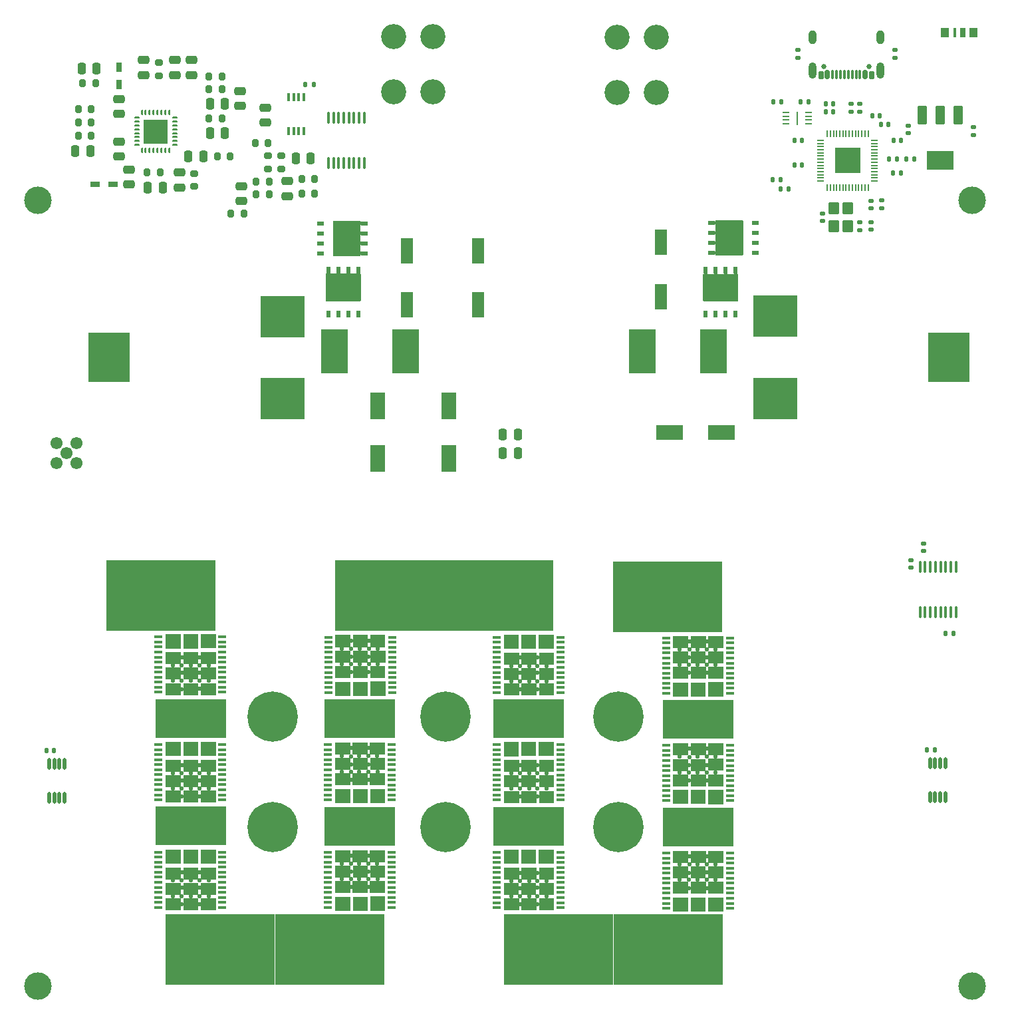
<source format=gbr>
%TF.GenerationSoftware,KiCad,Pcbnew,9.0.0*%
%TF.CreationDate,2025-03-15T22:01:35-04:00*%
%TF.ProjectId,emberone,656d6265-726f-46e6-952e-6b696361645f,rev?*%
%TF.SameCoordinates,Original*%
%TF.FileFunction,Soldermask,Top*%
%TF.FilePolarity,Negative*%
%FSLAX46Y46*%
G04 Gerber Fmt 4.6, Leading zero omitted, Abs format (unit mm)*
G04 Created by KiCad (PCBNEW 9.0.0) date 2025-03-15 22:01:35*
%MOMM*%
%LPD*%
G01*
G04 APERTURE LIST*
G04 Aperture macros list*
%AMRoundRect*
0 Rectangle with rounded corners*
0 $1 Rounding radius*
0 $2 $3 $4 $5 $6 $7 $8 $9 X,Y pos of 4 corners*
0 Add a 4 corners polygon primitive as box body*
4,1,4,$2,$3,$4,$5,$6,$7,$8,$9,$2,$3,0*
0 Add four circle primitives for the rounded corners*
1,1,$1+$1,$2,$3*
1,1,$1+$1,$4,$5*
1,1,$1+$1,$6,$7*
1,1,$1+$1,$8,$9*
0 Add four rect primitives between the rounded corners*
20,1,$1+$1,$2,$3,$4,$5,0*
20,1,$1+$1,$4,$5,$6,$7,0*
20,1,$1+$1,$6,$7,$8,$9,0*
20,1,$1+$1,$8,$9,$2,$3,0*%
G04 Aperture macros list end*
%ADD10C,0.120000*%
%ADD11C,0.000000*%
%ADD12RoundRect,0.050000X0.150000X-0.500000X0.150000X0.500000X-0.150000X0.500000X-0.150000X-0.500000X0*%
%ADD13RoundRect,0.050000X0.077000X0.254800X-0.077000X0.254800X-0.077000X-0.254800X0.077000X-0.254800X0*%
%ADD14RoundRect,0.050000X0.254800X-0.077000X0.254800X0.077000X-0.254800X0.077000X-0.254800X-0.077000X0*%
%ADD15R,3.098800X3.098800*%
%ADD16R,9.000000X5.000000*%
%ADD17R,14.000000X9.000000*%
%ADD18RoundRect,0.100000X0.400000X0.100000X-0.400000X0.100000X-0.400000X-0.100000X0.400000X-0.100000X0*%
%ADD19C,0.540000*%
%ADD20RoundRect,0.100000X-0.400000X-0.100000X0.400000X-0.100000X0.400000X0.100000X-0.400000X0.100000X0*%
%ADD21C,3.500000*%
%ADD22RoundRect,0.135000X0.135000X0.185000X-0.135000X0.185000X-0.135000X-0.185000X0.135000X-0.185000X0*%
%ADD23RoundRect,0.200000X-0.200000X-0.275000X0.200000X-0.275000X0.200000X0.275000X-0.200000X0.275000X0*%
%ADD24RoundRect,0.250000X0.475000X-0.250000X0.475000X0.250000X-0.475000X0.250000X-0.475000X-0.250000X0*%
%ADD25C,1.552000*%
%ADD26R,1.905000X3.352800*%
%ADD27RoundRect,0.100000X0.100000X-0.637500X0.100000X0.637500X-0.100000X0.637500X-0.100000X-0.637500X0*%
%ADD28RoundRect,0.200000X0.275000X-0.200000X0.275000X0.200000X-0.275000X0.200000X-0.275000X-0.200000X0*%
%ADD29R,1.168400X0.711200*%
%ADD30RoundRect,0.200000X0.200000X0.275000X-0.200000X0.275000X-0.200000X-0.275000X0.200000X-0.275000X0*%
%ADD31C,6.400000*%
%ADD32R,0.509999X0.910001*%
%ADD33RoundRect,0.140000X0.140000X0.170000X-0.140000X0.170000X-0.140000X-0.170000X0.140000X-0.170000X0*%
%ADD34RoundRect,0.250000X-0.250000X-0.475000X0.250000X-0.475000X0.250000X0.475000X-0.250000X0.475000X0*%
%ADD35RoundRect,0.250000X-0.475000X0.250000X-0.475000X-0.250000X0.475000X-0.250000X0.475000X0.250000X0*%
%ADD36RoundRect,0.050000X-0.387500X-0.050000X0.387500X-0.050000X0.387500X0.050000X-0.387500X0.050000X0*%
%ADD37RoundRect,0.050000X-0.050000X-0.387500X0.050000X-0.387500X0.050000X0.387500X-0.050000X0.387500X0*%
%ADD38R,3.200000X3.200000*%
%ADD39RoundRect,0.140000X0.170000X-0.140000X0.170000X0.140000X-0.170000X0.140000X-0.170000X-0.140000X0*%
%ADD40RoundRect,0.140000X-0.140000X-0.170000X0.140000X-0.170000X0.140000X0.170000X-0.140000X0.170000X0*%
%ADD41RoundRect,0.250000X0.250000X0.475000X-0.250000X0.475000X-0.250000X-0.475000X0.250000X-0.475000X0*%
%ADD42RoundRect,0.135000X0.185000X-0.135000X0.185000X0.135000X-0.185000X0.135000X-0.185000X-0.135000X0*%
%ADD43RoundRect,0.135000X-0.185000X0.135000X-0.185000X-0.135000X0.185000X-0.135000X0.185000X0.135000X0*%
%ADD44R,1.000000X1.200000*%
%ADD45R,0.700000X1.200000*%
%ADD46R,0.450000X1.200000*%
%ADD47RoundRect,0.112500X0.112500X-0.612500X0.112500X0.612500X-0.112500X0.612500X-0.112500X-0.612500X0*%
%ADD48R,3.352800X1.905000*%
%ADD49C,3.200000*%
%ADD50R,0.711200X1.168400*%
%ADD51R,5.588000X5.334000*%
%ADD52R,5.283200X6.350000*%
%ADD53RoundRect,0.102000X-0.475000X1.075000X-0.475000X-1.075000X0.475000X-1.075000X0.475000X1.075000X0*%
%ADD54RoundRect,0.102000X-1.625000X1.075000X-1.625000X-1.075000X1.625000X-1.075000X1.625000X1.075000X0*%
%ADD55RoundRect,0.200000X-0.275000X0.200000X-0.275000X-0.200000X0.275000X-0.200000X0.275000X0.200000X0*%
%ADD56C,0.650000*%
%ADD57RoundRect,0.150000X0.150000X0.400000X-0.150000X0.400000X-0.150000X-0.400000X0.150000X-0.400000X0*%
%ADD58RoundRect,0.150000X0.150000X0.425000X-0.150000X0.425000X-0.150000X-0.425000X0.150000X-0.425000X0*%
%ADD59RoundRect,0.075000X0.075000X0.500000X-0.075000X0.500000X-0.075000X-0.500000X0.075000X-0.500000X0*%
%ADD60O,1.000000X2.100000*%
%ADD61O,1.000000X1.800000*%
%ADD62RoundRect,0.140000X-0.170000X0.140000X-0.170000X-0.140000X0.170000X-0.140000X0.170000X0.140000X0*%
%ADD63R,0.812800X0.254000*%
%ADD64R,0.254000X1.651000*%
%ADD65R,1.498600X3.302000*%
%ADD66R,3.454400X5.588000*%
%ADD67RoundRect,0.135000X-0.135000X-0.185000X0.135000X-0.185000X0.135000X0.185000X-0.135000X0.185000X0*%
%ADD68RoundRect,0.102000X0.550000X-0.650000X0.550000X0.650000X-0.550000X0.650000X-0.550000X-0.650000X0*%
%ADD69R,0.910001X0.509999*%
%ADD70RoundRect,0.100000X-0.100000X0.637500X-0.100000X-0.637500X0.100000X-0.637500X0.100000X0.637500X0*%
G04 APERTURE END LIST*
%TO.C,U55*%
D10*
X161330000Y-173015000D02*
X163150000Y-173015000D01*
X163150000Y-174455000D01*
X161330000Y-174455000D01*
X161330000Y-173015000D01*
G36*
X161330000Y-173015000D02*
G01*
X163150000Y-173015000D01*
X163150000Y-174455000D01*
X161330000Y-174455000D01*
X161330000Y-173015000D01*
G37*
X161320000Y-176960000D02*
X163160000Y-176960000D01*
X163160000Y-178700000D01*
X161320000Y-178700000D01*
X161320000Y-176960000D01*
G36*
X161320000Y-176960000D02*
G01*
X163160000Y-176960000D01*
X163160000Y-178700000D01*
X161320000Y-178700000D01*
X161320000Y-176960000D01*
G37*
X161295000Y-174975000D02*
X163145000Y-174975000D01*
X163145000Y-176415000D01*
X161295000Y-176415000D01*
X161295000Y-174975000D01*
G36*
X161295000Y-174975000D02*
G01*
X163145000Y-174975000D01*
X163145000Y-176415000D01*
X161295000Y-176415000D01*
X161295000Y-174975000D01*
G37*
X161295000Y-171045000D02*
X163145000Y-171045000D01*
X163145000Y-172485000D01*
X161295000Y-172485000D01*
X161295000Y-171045000D01*
G36*
X161295000Y-171045000D02*
G01*
X163145000Y-171045000D01*
X163145000Y-172485000D01*
X161295000Y-172485000D01*
X161295000Y-171045000D01*
G37*
X159120000Y-176980000D02*
X160900000Y-176980000D01*
X160900000Y-178690000D01*
X159120000Y-178690000D01*
X159120000Y-176980000D01*
G36*
X159120000Y-176980000D02*
G01*
X160900000Y-176980000D01*
X160900000Y-178690000D01*
X159120000Y-178690000D01*
X159120000Y-176980000D01*
G37*
X159120000Y-173025000D02*
X160900000Y-173025000D01*
X160900000Y-174465000D01*
X159120000Y-174465000D01*
X159120000Y-173025000D01*
G36*
X159120000Y-173025000D02*
G01*
X160900000Y-173025000D01*
X160900000Y-174465000D01*
X159120000Y-174465000D01*
X159120000Y-173025000D01*
G37*
X159085000Y-174975000D02*
X160935000Y-174975000D01*
X160935000Y-176415000D01*
X159085000Y-176415000D01*
X159085000Y-174975000D01*
G36*
X159085000Y-174975000D02*
G01*
X160935000Y-174975000D01*
X160935000Y-176415000D01*
X159085000Y-176415000D01*
X159085000Y-174975000D01*
G37*
X159085000Y-171045000D02*
X160935000Y-171045000D01*
X160935000Y-172485000D01*
X159085000Y-172485000D01*
X159085000Y-171045000D01*
G36*
X159085000Y-171045000D02*
G01*
X160935000Y-171045000D01*
X160935000Y-172485000D01*
X159085000Y-172485000D01*
X159085000Y-171045000D01*
G37*
X156840000Y-176990000D02*
X158690000Y-176990000D01*
X158690000Y-178690000D01*
X156840000Y-178690000D01*
X156840000Y-176990000D01*
G36*
X156840000Y-176990000D02*
G01*
X158690000Y-176990000D01*
X158690000Y-178690000D01*
X156840000Y-178690000D01*
X156840000Y-176990000D01*
G37*
X156830000Y-174975000D02*
X158680000Y-174975000D01*
X158680000Y-176415000D01*
X156830000Y-176415000D01*
X156830000Y-174975000D01*
G36*
X156830000Y-174975000D02*
G01*
X158680000Y-174975000D01*
X158680000Y-176415000D01*
X156830000Y-176415000D01*
X156830000Y-174975000D01*
G37*
X156830000Y-173025000D02*
X158680000Y-173025000D01*
X158680000Y-174465000D01*
X156830000Y-174465000D01*
X156830000Y-173025000D01*
G36*
X156830000Y-173025000D02*
G01*
X158680000Y-173025000D01*
X158680000Y-174465000D01*
X156830000Y-174465000D01*
X156830000Y-173025000D01*
G37*
X156830000Y-171045000D02*
X158680000Y-171045000D01*
X158680000Y-172485000D01*
X156830000Y-172485000D01*
X156830000Y-171045000D01*
G36*
X156830000Y-171045000D02*
G01*
X158680000Y-171045000D01*
X158680000Y-172485000D01*
X156830000Y-172485000D01*
X156830000Y-171045000D01*
G37*
%TO.C,U46*%
X137120000Y-176635000D02*
X135300000Y-176635000D01*
X135300000Y-175195000D01*
X137120000Y-175195000D01*
X137120000Y-176635000D01*
G36*
X137120000Y-176635000D02*
G01*
X135300000Y-176635000D01*
X135300000Y-175195000D01*
X137120000Y-175195000D01*
X137120000Y-176635000D01*
G37*
X137130000Y-172690000D02*
X135290000Y-172690000D01*
X135290000Y-170950000D01*
X137130000Y-170950000D01*
X137130000Y-172690000D01*
G36*
X137130000Y-172690000D02*
G01*
X135290000Y-172690000D01*
X135290000Y-170950000D01*
X137130000Y-170950000D01*
X137130000Y-172690000D01*
G37*
X137155000Y-174675000D02*
X135305000Y-174675000D01*
X135305000Y-173235000D01*
X137155000Y-173235000D01*
X137155000Y-174675000D01*
G36*
X137155000Y-174675000D02*
G01*
X135305000Y-174675000D01*
X135305000Y-173235000D01*
X137155000Y-173235000D01*
X137155000Y-174675000D01*
G37*
X137155000Y-178605000D02*
X135305000Y-178605000D01*
X135305000Y-177165000D01*
X137155000Y-177165000D01*
X137155000Y-178605000D01*
G36*
X137155000Y-178605000D02*
G01*
X135305000Y-178605000D01*
X135305000Y-177165000D01*
X137155000Y-177165000D01*
X137155000Y-178605000D01*
G37*
X139330000Y-172670000D02*
X137550000Y-172670000D01*
X137550000Y-170960000D01*
X139330000Y-170960000D01*
X139330000Y-172670000D01*
G36*
X139330000Y-172670000D02*
G01*
X137550000Y-172670000D01*
X137550000Y-170960000D01*
X139330000Y-170960000D01*
X139330000Y-172670000D01*
G37*
X139330000Y-176625000D02*
X137550000Y-176625000D01*
X137550000Y-175185000D01*
X139330000Y-175185000D01*
X139330000Y-176625000D01*
G36*
X139330000Y-176625000D02*
G01*
X137550000Y-176625000D01*
X137550000Y-175185000D01*
X139330000Y-175185000D01*
X139330000Y-176625000D01*
G37*
X139365000Y-174675000D02*
X137515000Y-174675000D01*
X137515000Y-173235000D01*
X139365000Y-173235000D01*
X139365000Y-174675000D01*
G36*
X139365000Y-174675000D02*
G01*
X137515000Y-174675000D01*
X137515000Y-173235000D01*
X139365000Y-173235000D01*
X139365000Y-174675000D01*
G37*
X139365000Y-178605000D02*
X137515000Y-178605000D01*
X137515000Y-177165000D01*
X139365000Y-177165000D01*
X139365000Y-178605000D01*
G36*
X139365000Y-178605000D02*
G01*
X137515000Y-178605000D01*
X137515000Y-177165000D01*
X139365000Y-177165000D01*
X139365000Y-178605000D01*
G37*
X141610000Y-172660000D02*
X139760000Y-172660000D01*
X139760000Y-170960000D01*
X141610000Y-170960000D01*
X141610000Y-172660000D01*
G36*
X141610000Y-172660000D02*
G01*
X139760000Y-172660000D01*
X139760000Y-170960000D01*
X141610000Y-170960000D01*
X141610000Y-172660000D01*
G37*
X141620000Y-174675000D02*
X139770000Y-174675000D01*
X139770000Y-173235000D01*
X141620000Y-173235000D01*
X141620000Y-174675000D01*
G36*
X141620000Y-174675000D02*
G01*
X139770000Y-174675000D01*
X139770000Y-173235000D01*
X141620000Y-173235000D01*
X141620000Y-174675000D01*
G37*
X141620000Y-176625000D02*
X139770000Y-176625000D01*
X139770000Y-175185000D01*
X141620000Y-175185000D01*
X141620000Y-176625000D01*
G36*
X141620000Y-176625000D02*
G01*
X139770000Y-176625000D01*
X139770000Y-175185000D01*
X141620000Y-175185000D01*
X141620000Y-176625000D01*
G37*
X141620000Y-178605000D02*
X139770000Y-178605000D01*
X139770000Y-177165000D01*
X141620000Y-177165000D01*
X141620000Y-178605000D01*
G36*
X141620000Y-178605000D02*
G01*
X139770000Y-178605000D01*
X139770000Y-177165000D01*
X141620000Y-177165000D01*
X141620000Y-178605000D01*
G37*
%TO.C,U64*%
X180160000Y-176655000D02*
X178340000Y-176655000D01*
X178340000Y-175215000D01*
X180160000Y-175215000D01*
X180160000Y-176655000D01*
G36*
X180160000Y-176655000D02*
G01*
X178340000Y-176655000D01*
X178340000Y-175215000D01*
X180160000Y-175215000D01*
X180160000Y-176655000D01*
G37*
X180170000Y-172710000D02*
X178330000Y-172710000D01*
X178330000Y-170970000D01*
X180170000Y-170970000D01*
X180170000Y-172710000D01*
G36*
X180170000Y-172710000D02*
G01*
X178330000Y-172710000D01*
X178330000Y-170970000D01*
X180170000Y-170970000D01*
X180170000Y-172710000D01*
G37*
X180195000Y-174695000D02*
X178345000Y-174695000D01*
X178345000Y-173255000D01*
X180195000Y-173255000D01*
X180195000Y-174695000D01*
G36*
X180195000Y-174695000D02*
G01*
X178345000Y-174695000D01*
X178345000Y-173255000D01*
X180195000Y-173255000D01*
X180195000Y-174695000D01*
G37*
X180195000Y-178625000D02*
X178345000Y-178625000D01*
X178345000Y-177185000D01*
X180195000Y-177185000D01*
X180195000Y-178625000D01*
G36*
X180195000Y-178625000D02*
G01*
X178345000Y-178625000D01*
X178345000Y-177185000D01*
X180195000Y-177185000D01*
X180195000Y-178625000D01*
G37*
X182370000Y-172690000D02*
X180590000Y-172690000D01*
X180590000Y-170980000D01*
X182370000Y-170980000D01*
X182370000Y-172690000D01*
G36*
X182370000Y-172690000D02*
G01*
X180590000Y-172690000D01*
X180590000Y-170980000D01*
X182370000Y-170980000D01*
X182370000Y-172690000D01*
G37*
X182370000Y-176645000D02*
X180590000Y-176645000D01*
X180590000Y-175205000D01*
X182370000Y-175205000D01*
X182370000Y-176645000D01*
G36*
X182370000Y-176645000D02*
G01*
X180590000Y-176645000D01*
X180590000Y-175205000D01*
X182370000Y-175205000D01*
X182370000Y-176645000D01*
G37*
X182405000Y-174695000D02*
X180555000Y-174695000D01*
X180555000Y-173255000D01*
X182405000Y-173255000D01*
X182405000Y-174695000D01*
G36*
X182405000Y-174695000D02*
G01*
X180555000Y-174695000D01*
X180555000Y-173255000D01*
X182405000Y-173255000D01*
X182405000Y-174695000D01*
G37*
X182405000Y-178625000D02*
X180555000Y-178625000D01*
X180555000Y-177185000D01*
X182405000Y-177185000D01*
X182405000Y-178625000D01*
G36*
X182405000Y-178625000D02*
G01*
X180555000Y-178625000D01*
X180555000Y-177185000D01*
X182405000Y-177185000D01*
X182405000Y-178625000D01*
G37*
X184650000Y-172680000D02*
X182800000Y-172680000D01*
X182800000Y-170980000D01*
X184650000Y-170980000D01*
X184650000Y-172680000D01*
G36*
X184650000Y-172680000D02*
G01*
X182800000Y-172680000D01*
X182800000Y-170980000D01*
X184650000Y-170980000D01*
X184650000Y-172680000D01*
G37*
X184660000Y-174695000D02*
X182810000Y-174695000D01*
X182810000Y-173255000D01*
X184660000Y-173255000D01*
X184660000Y-174695000D01*
G36*
X184660000Y-174695000D02*
G01*
X182810000Y-174695000D01*
X182810000Y-173255000D01*
X184660000Y-173255000D01*
X184660000Y-174695000D01*
G37*
X184660000Y-176645000D02*
X182810000Y-176645000D01*
X182810000Y-175205000D01*
X184660000Y-175205000D01*
X184660000Y-176645000D01*
G36*
X184660000Y-176645000D02*
G01*
X182810000Y-176645000D01*
X182810000Y-175205000D01*
X184660000Y-175205000D01*
X184660000Y-176645000D01*
G37*
X184660000Y-178625000D02*
X182810000Y-178625000D01*
X182810000Y-177185000D01*
X184660000Y-177185000D01*
X184660000Y-178625000D01*
G36*
X184660000Y-178625000D02*
G01*
X182810000Y-178625000D01*
X182810000Y-177185000D01*
X184660000Y-177185000D01*
X184660000Y-178625000D01*
G37*
%TO.C,U73*%
X204390000Y-173105000D02*
X206210000Y-173105000D01*
X206210000Y-174545000D01*
X204390000Y-174545000D01*
X204390000Y-173105000D01*
G36*
X204390000Y-173105000D02*
G01*
X206210000Y-173105000D01*
X206210000Y-174545000D01*
X204390000Y-174545000D01*
X204390000Y-173105000D01*
G37*
X204380000Y-177050000D02*
X206220000Y-177050000D01*
X206220000Y-178790000D01*
X204380000Y-178790000D01*
X204380000Y-177050000D01*
G36*
X204380000Y-177050000D02*
G01*
X206220000Y-177050000D01*
X206220000Y-178790000D01*
X204380000Y-178790000D01*
X204380000Y-177050000D01*
G37*
X204355000Y-175065000D02*
X206205000Y-175065000D01*
X206205000Y-176505000D01*
X204355000Y-176505000D01*
X204355000Y-175065000D01*
G36*
X204355000Y-175065000D02*
G01*
X206205000Y-175065000D01*
X206205000Y-176505000D01*
X204355000Y-176505000D01*
X204355000Y-175065000D01*
G37*
X204355000Y-171135000D02*
X206205000Y-171135000D01*
X206205000Y-172575000D01*
X204355000Y-172575000D01*
X204355000Y-171135000D01*
G36*
X204355000Y-171135000D02*
G01*
X206205000Y-171135000D01*
X206205000Y-172575000D01*
X204355000Y-172575000D01*
X204355000Y-171135000D01*
G37*
X202180000Y-177070000D02*
X203960000Y-177070000D01*
X203960000Y-178780000D01*
X202180000Y-178780000D01*
X202180000Y-177070000D01*
G36*
X202180000Y-177070000D02*
G01*
X203960000Y-177070000D01*
X203960000Y-178780000D01*
X202180000Y-178780000D01*
X202180000Y-177070000D01*
G37*
X202180000Y-173115000D02*
X203960000Y-173115000D01*
X203960000Y-174555000D01*
X202180000Y-174555000D01*
X202180000Y-173115000D01*
G36*
X202180000Y-173115000D02*
G01*
X203960000Y-173115000D01*
X203960000Y-174555000D01*
X202180000Y-174555000D01*
X202180000Y-173115000D01*
G37*
X202145000Y-175065000D02*
X203995000Y-175065000D01*
X203995000Y-176505000D01*
X202145000Y-176505000D01*
X202145000Y-175065000D01*
G36*
X202145000Y-175065000D02*
G01*
X203995000Y-175065000D01*
X203995000Y-176505000D01*
X202145000Y-176505000D01*
X202145000Y-175065000D01*
G37*
X202145000Y-171135000D02*
X203995000Y-171135000D01*
X203995000Y-172575000D01*
X202145000Y-172575000D01*
X202145000Y-171135000D01*
G36*
X202145000Y-171135000D02*
G01*
X203995000Y-171135000D01*
X203995000Y-172575000D01*
X202145000Y-172575000D01*
X202145000Y-171135000D01*
G37*
X199900000Y-177080000D02*
X201750000Y-177080000D01*
X201750000Y-178780000D01*
X199900000Y-178780000D01*
X199900000Y-177080000D01*
G36*
X199900000Y-177080000D02*
G01*
X201750000Y-177080000D01*
X201750000Y-178780000D01*
X199900000Y-178780000D01*
X199900000Y-177080000D01*
G37*
X199890000Y-175065000D02*
X201740000Y-175065000D01*
X201740000Y-176505000D01*
X199890000Y-176505000D01*
X199890000Y-175065000D01*
G36*
X199890000Y-175065000D02*
G01*
X201740000Y-175065000D01*
X201740000Y-176505000D01*
X199890000Y-176505000D01*
X199890000Y-175065000D01*
G37*
X199890000Y-173115000D02*
X201740000Y-173115000D01*
X201740000Y-174555000D01*
X199890000Y-174555000D01*
X199890000Y-173115000D01*
G36*
X199890000Y-173115000D02*
G01*
X201740000Y-173115000D01*
X201740000Y-174555000D01*
X199890000Y-174555000D01*
X199890000Y-173115000D01*
G37*
X199890000Y-171135000D02*
X201740000Y-171135000D01*
X201740000Y-172575000D01*
X199890000Y-172575000D01*
X199890000Y-171135000D01*
G36*
X199890000Y-171135000D02*
G01*
X201740000Y-171135000D01*
X201740000Y-172575000D01*
X199890000Y-172575000D01*
X199890000Y-171135000D01*
G37*
%TO.C,U65*%
X180160000Y-190345000D02*
X178340000Y-190345000D01*
X178340000Y-188905000D01*
X180160000Y-188905000D01*
X180160000Y-190345000D01*
G36*
X180160000Y-190345000D02*
G01*
X178340000Y-190345000D01*
X178340000Y-188905000D01*
X180160000Y-188905000D01*
X180160000Y-190345000D01*
G37*
X180170000Y-186400000D02*
X178330000Y-186400000D01*
X178330000Y-184660000D01*
X180170000Y-184660000D01*
X180170000Y-186400000D01*
G36*
X180170000Y-186400000D02*
G01*
X178330000Y-186400000D01*
X178330000Y-184660000D01*
X180170000Y-184660000D01*
X180170000Y-186400000D01*
G37*
X180195000Y-188385000D02*
X178345000Y-188385000D01*
X178345000Y-186945000D01*
X180195000Y-186945000D01*
X180195000Y-188385000D01*
G36*
X180195000Y-188385000D02*
G01*
X178345000Y-188385000D01*
X178345000Y-186945000D01*
X180195000Y-186945000D01*
X180195000Y-188385000D01*
G37*
X180195000Y-192315000D02*
X178345000Y-192315000D01*
X178345000Y-190875000D01*
X180195000Y-190875000D01*
X180195000Y-192315000D01*
G36*
X180195000Y-192315000D02*
G01*
X178345000Y-192315000D01*
X178345000Y-190875000D01*
X180195000Y-190875000D01*
X180195000Y-192315000D01*
G37*
X182370000Y-186380000D02*
X180590000Y-186380000D01*
X180590000Y-184670000D01*
X182370000Y-184670000D01*
X182370000Y-186380000D01*
G36*
X182370000Y-186380000D02*
G01*
X180590000Y-186380000D01*
X180590000Y-184670000D01*
X182370000Y-184670000D01*
X182370000Y-186380000D01*
G37*
X182370000Y-190335000D02*
X180590000Y-190335000D01*
X180590000Y-188895000D01*
X182370000Y-188895000D01*
X182370000Y-190335000D01*
G36*
X182370000Y-190335000D02*
G01*
X180590000Y-190335000D01*
X180590000Y-188895000D01*
X182370000Y-188895000D01*
X182370000Y-190335000D01*
G37*
X182405000Y-188385000D02*
X180555000Y-188385000D01*
X180555000Y-186945000D01*
X182405000Y-186945000D01*
X182405000Y-188385000D01*
G36*
X182405000Y-188385000D02*
G01*
X180555000Y-188385000D01*
X180555000Y-186945000D01*
X182405000Y-186945000D01*
X182405000Y-188385000D01*
G37*
X182405000Y-192315000D02*
X180555000Y-192315000D01*
X180555000Y-190875000D01*
X182405000Y-190875000D01*
X182405000Y-192315000D01*
G36*
X182405000Y-192315000D02*
G01*
X180555000Y-192315000D01*
X180555000Y-190875000D01*
X182405000Y-190875000D01*
X182405000Y-192315000D01*
G37*
X184650000Y-186370000D02*
X182800000Y-186370000D01*
X182800000Y-184670000D01*
X184650000Y-184670000D01*
X184650000Y-186370000D01*
G36*
X184650000Y-186370000D02*
G01*
X182800000Y-186370000D01*
X182800000Y-184670000D01*
X184650000Y-184670000D01*
X184650000Y-186370000D01*
G37*
X184660000Y-188385000D02*
X182810000Y-188385000D01*
X182810000Y-186945000D01*
X184660000Y-186945000D01*
X184660000Y-188385000D01*
G36*
X184660000Y-188385000D02*
G01*
X182810000Y-188385000D01*
X182810000Y-186945000D01*
X184660000Y-186945000D01*
X184660000Y-188385000D01*
G37*
X184660000Y-190335000D02*
X182810000Y-190335000D01*
X182810000Y-188895000D01*
X184660000Y-188895000D01*
X184660000Y-190335000D01*
G36*
X184660000Y-190335000D02*
G01*
X182810000Y-190335000D01*
X182810000Y-188895000D01*
X184660000Y-188895000D01*
X184660000Y-190335000D01*
G37*
X184660000Y-192315000D02*
X182810000Y-192315000D01*
X182810000Y-190875000D01*
X184660000Y-190875000D01*
X184660000Y-192315000D01*
G36*
X184660000Y-192315000D02*
G01*
X182810000Y-192315000D01*
X182810000Y-190875000D01*
X184660000Y-190875000D01*
X184660000Y-192315000D01*
G37*
%TO.C,U47*%
X137120000Y-190315000D02*
X135300000Y-190315000D01*
X135300000Y-188875000D01*
X137120000Y-188875000D01*
X137120000Y-190315000D01*
G36*
X137120000Y-190315000D02*
G01*
X135300000Y-190315000D01*
X135300000Y-188875000D01*
X137120000Y-188875000D01*
X137120000Y-190315000D01*
G37*
X137130000Y-186370000D02*
X135290000Y-186370000D01*
X135290000Y-184630000D01*
X137130000Y-184630000D01*
X137130000Y-186370000D01*
G36*
X137130000Y-186370000D02*
G01*
X135290000Y-186370000D01*
X135290000Y-184630000D01*
X137130000Y-184630000D01*
X137130000Y-186370000D01*
G37*
X137155000Y-188355000D02*
X135305000Y-188355000D01*
X135305000Y-186915000D01*
X137155000Y-186915000D01*
X137155000Y-188355000D01*
G36*
X137155000Y-188355000D02*
G01*
X135305000Y-188355000D01*
X135305000Y-186915000D01*
X137155000Y-186915000D01*
X137155000Y-188355000D01*
G37*
X137155000Y-192285000D02*
X135305000Y-192285000D01*
X135305000Y-190845000D01*
X137155000Y-190845000D01*
X137155000Y-192285000D01*
G36*
X137155000Y-192285000D02*
G01*
X135305000Y-192285000D01*
X135305000Y-190845000D01*
X137155000Y-190845000D01*
X137155000Y-192285000D01*
G37*
X139330000Y-186350000D02*
X137550000Y-186350000D01*
X137550000Y-184640000D01*
X139330000Y-184640000D01*
X139330000Y-186350000D01*
G36*
X139330000Y-186350000D02*
G01*
X137550000Y-186350000D01*
X137550000Y-184640000D01*
X139330000Y-184640000D01*
X139330000Y-186350000D01*
G37*
X139330000Y-190305000D02*
X137550000Y-190305000D01*
X137550000Y-188865000D01*
X139330000Y-188865000D01*
X139330000Y-190305000D01*
G36*
X139330000Y-190305000D02*
G01*
X137550000Y-190305000D01*
X137550000Y-188865000D01*
X139330000Y-188865000D01*
X139330000Y-190305000D01*
G37*
X139365000Y-188355000D02*
X137515000Y-188355000D01*
X137515000Y-186915000D01*
X139365000Y-186915000D01*
X139365000Y-188355000D01*
G36*
X139365000Y-188355000D02*
G01*
X137515000Y-188355000D01*
X137515000Y-186915000D01*
X139365000Y-186915000D01*
X139365000Y-188355000D01*
G37*
X139365000Y-192285000D02*
X137515000Y-192285000D01*
X137515000Y-190845000D01*
X139365000Y-190845000D01*
X139365000Y-192285000D01*
G36*
X139365000Y-192285000D02*
G01*
X137515000Y-192285000D01*
X137515000Y-190845000D01*
X139365000Y-190845000D01*
X139365000Y-192285000D01*
G37*
X141610000Y-186340000D02*
X139760000Y-186340000D01*
X139760000Y-184640000D01*
X141610000Y-184640000D01*
X141610000Y-186340000D01*
G36*
X141610000Y-186340000D02*
G01*
X139760000Y-186340000D01*
X139760000Y-184640000D01*
X141610000Y-184640000D01*
X141610000Y-186340000D01*
G37*
X141620000Y-188355000D02*
X139770000Y-188355000D01*
X139770000Y-186915000D01*
X141620000Y-186915000D01*
X141620000Y-188355000D01*
G36*
X141620000Y-188355000D02*
G01*
X139770000Y-188355000D01*
X139770000Y-186915000D01*
X141620000Y-186915000D01*
X141620000Y-188355000D01*
G37*
X141620000Y-190305000D02*
X139770000Y-190305000D01*
X139770000Y-188865000D01*
X141620000Y-188865000D01*
X141620000Y-190305000D01*
G36*
X141620000Y-190305000D02*
G01*
X139770000Y-190305000D01*
X139770000Y-188865000D01*
X141620000Y-188865000D01*
X141620000Y-190305000D01*
G37*
X141620000Y-192285000D02*
X139770000Y-192285000D01*
X139770000Y-190845000D01*
X141620000Y-190845000D01*
X141620000Y-192285000D01*
G36*
X141620000Y-192285000D02*
G01*
X139770000Y-192285000D01*
X139770000Y-190845000D01*
X141620000Y-190845000D01*
X141620000Y-192285000D01*
G37*
%TO.C,U74*%
X204390000Y-159425000D02*
X206210000Y-159425000D01*
X206210000Y-160865000D01*
X204390000Y-160865000D01*
X204390000Y-159425000D01*
G36*
X204390000Y-159425000D02*
G01*
X206210000Y-159425000D01*
X206210000Y-160865000D01*
X204390000Y-160865000D01*
X204390000Y-159425000D01*
G37*
X204380000Y-163370000D02*
X206220000Y-163370000D01*
X206220000Y-165110000D01*
X204380000Y-165110000D01*
X204380000Y-163370000D01*
G36*
X204380000Y-163370000D02*
G01*
X206220000Y-163370000D01*
X206220000Y-165110000D01*
X204380000Y-165110000D01*
X204380000Y-163370000D01*
G37*
X204355000Y-161385000D02*
X206205000Y-161385000D01*
X206205000Y-162825000D01*
X204355000Y-162825000D01*
X204355000Y-161385000D01*
G36*
X204355000Y-161385000D02*
G01*
X206205000Y-161385000D01*
X206205000Y-162825000D01*
X204355000Y-162825000D01*
X204355000Y-161385000D01*
G37*
X204355000Y-157455000D02*
X206205000Y-157455000D01*
X206205000Y-158895000D01*
X204355000Y-158895000D01*
X204355000Y-157455000D01*
G36*
X204355000Y-157455000D02*
G01*
X206205000Y-157455000D01*
X206205000Y-158895000D01*
X204355000Y-158895000D01*
X204355000Y-157455000D01*
G37*
X202180000Y-163390000D02*
X203960000Y-163390000D01*
X203960000Y-165100000D01*
X202180000Y-165100000D01*
X202180000Y-163390000D01*
G36*
X202180000Y-163390000D02*
G01*
X203960000Y-163390000D01*
X203960000Y-165100000D01*
X202180000Y-165100000D01*
X202180000Y-163390000D01*
G37*
X202180000Y-159435000D02*
X203960000Y-159435000D01*
X203960000Y-160875000D01*
X202180000Y-160875000D01*
X202180000Y-159435000D01*
G36*
X202180000Y-159435000D02*
G01*
X203960000Y-159435000D01*
X203960000Y-160875000D01*
X202180000Y-160875000D01*
X202180000Y-159435000D01*
G37*
X202145000Y-161385000D02*
X203995000Y-161385000D01*
X203995000Y-162825000D01*
X202145000Y-162825000D01*
X202145000Y-161385000D01*
G36*
X202145000Y-161385000D02*
G01*
X203995000Y-161385000D01*
X203995000Y-162825000D01*
X202145000Y-162825000D01*
X202145000Y-161385000D01*
G37*
X202145000Y-157455000D02*
X203995000Y-157455000D01*
X203995000Y-158895000D01*
X202145000Y-158895000D01*
X202145000Y-157455000D01*
G36*
X202145000Y-157455000D02*
G01*
X203995000Y-157455000D01*
X203995000Y-158895000D01*
X202145000Y-158895000D01*
X202145000Y-157455000D01*
G37*
X199900000Y-163400000D02*
X201750000Y-163400000D01*
X201750000Y-165100000D01*
X199900000Y-165100000D01*
X199900000Y-163400000D01*
G36*
X199900000Y-163400000D02*
G01*
X201750000Y-163400000D01*
X201750000Y-165100000D01*
X199900000Y-165100000D01*
X199900000Y-163400000D01*
G37*
X199890000Y-161385000D02*
X201740000Y-161385000D01*
X201740000Y-162825000D01*
X199890000Y-162825000D01*
X199890000Y-161385000D01*
G36*
X199890000Y-161385000D02*
G01*
X201740000Y-161385000D01*
X201740000Y-162825000D01*
X199890000Y-162825000D01*
X199890000Y-161385000D01*
G37*
X199890000Y-159435000D02*
X201740000Y-159435000D01*
X201740000Y-160875000D01*
X199890000Y-160875000D01*
X199890000Y-159435000D01*
G36*
X199890000Y-159435000D02*
G01*
X201740000Y-159435000D01*
X201740000Y-160875000D01*
X199890000Y-160875000D01*
X199890000Y-159435000D01*
G37*
X199890000Y-157455000D02*
X201740000Y-157455000D01*
X201740000Y-158895000D01*
X199890000Y-158895000D01*
X199890000Y-157455000D01*
G36*
X199890000Y-157455000D02*
G01*
X201740000Y-157455000D01*
X201740000Y-158895000D01*
X199890000Y-158895000D01*
X199890000Y-157455000D01*
G37*
%TO.C,U54*%
X161330000Y-186685000D02*
X163150000Y-186685000D01*
X163150000Y-188125000D01*
X161330000Y-188125000D01*
X161330000Y-186685000D01*
G36*
X161330000Y-186685000D02*
G01*
X163150000Y-186685000D01*
X163150000Y-188125000D01*
X161330000Y-188125000D01*
X161330000Y-186685000D01*
G37*
X161320000Y-190630000D02*
X163160000Y-190630000D01*
X163160000Y-192370000D01*
X161320000Y-192370000D01*
X161320000Y-190630000D01*
G36*
X161320000Y-190630000D02*
G01*
X163160000Y-190630000D01*
X163160000Y-192370000D01*
X161320000Y-192370000D01*
X161320000Y-190630000D01*
G37*
X161295000Y-188645000D02*
X163145000Y-188645000D01*
X163145000Y-190085000D01*
X161295000Y-190085000D01*
X161295000Y-188645000D01*
G36*
X161295000Y-188645000D02*
G01*
X163145000Y-188645000D01*
X163145000Y-190085000D01*
X161295000Y-190085000D01*
X161295000Y-188645000D01*
G37*
X161295000Y-184715000D02*
X163145000Y-184715000D01*
X163145000Y-186155000D01*
X161295000Y-186155000D01*
X161295000Y-184715000D01*
G36*
X161295000Y-184715000D02*
G01*
X163145000Y-184715000D01*
X163145000Y-186155000D01*
X161295000Y-186155000D01*
X161295000Y-184715000D01*
G37*
X159120000Y-190650000D02*
X160900000Y-190650000D01*
X160900000Y-192360000D01*
X159120000Y-192360000D01*
X159120000Y-190650000D01*
G36*
X159120000Y-190650000D02*
G01*
X160900000Y-190650000D01*
X160900000Y-192360000D01*
X159120000Y-192360000D01*
X159120000Y-190650000D01*
G37*
X159120000Y-186695000D02*
X160900000Y-186695000D01*
X160900000Y-188135000D01*
X159120000Y-188135000D01*
X159120000Y-186695000D01*
G36*
X159120000Y-186695000D02*
G01*
X160900000Y-186695000D01*
X160900000Y-188135000D01*
X159120000Y-188135000D01*
X159120000Y-186695000D01*
G37*
X159085000Y-188645000D02*
X160935000Y-188645000D01*
X160935000Y-190085000D01*
X159085000Y-190085000D01*
X159085000Y-188645000D01*
G36*
X159085000Y-188645000D02*
G01*
X160935000Y-188645000D01*
X160935000Y-190085000D01*
X159085000Y-190085000D01*
X159085000Y-188645000D01*
G37*
X159085000Y-184715000D02*
X160935000Y-184715000D01*
X160935000Y-186155000D01*
X159085000Y-186155000D01*
X159085000Y-184715000D01*
G36*
X159085000Y-184715000D02*
G01*
X160935000Y-184715000D01*
X160935000Y-186155000D01*
X159085000Y-186155000D01*
X159085000Y-184715000D01*
G37*
X156840000Y-190660000D02*
X158690000Y-190660000D01*
X158690000Y-192360000D01*
X156840000Y-192360000D01*
X156840000Y-190660000D01*
G36*
X156840000Y-190660000D02*
G01*
X158690000Y-190660000D01*
X158690000Y-192360000D01*
X156840000Y-192360000D01*
X156840000Y-190660000D01*
G37*
X156830000Y-188645000D02*
X158680000Y-188645000D01*
X158680000Y-190085000D01*
X156830000Y-190085000D01*
X156830000Y-188645000D01*
G36*
X156830000Y-188645000D02*
G01*
X158680000Y-188645000D01*
X158680000Y-190085000D01*
X156830000Y-190085000D01*
X156830000Y-188645000D01*
G37*
X156830000Y-186695000D02*
X158680000Y-186695000D01*
X158680000Y-188135000D01*
X156830000Y-188135000D01*
X156830000Y-186695000D01*
G36*
X156830000Y-186695000D02*
G01*
X158680000Y-186695000D01*
X158680000Y-188135000D01*
X156830000Y-188135000D01*
X156830000Y-186695000D01*
G37*
X156830000Y-184715000D02*
X158680000Y-184715000D01*
X158680000Y-186155000D01*
X156830000Y-186155000D01*
X156830000Y-184715000D01*
G36*
X156830000Y-184715000D02*
G01*
X158680000Y-184715000D01*
X158680000Y-186155000D01*
X156830000Y-186155000D01*
X156830000Y-184715000D01*
G37*
%TO.C,U45*%
X137120000Y-162945000D02*
X135300000Y-162945000D01*
X135300000Y-161505000D01*
X137120000Y-161505000D01*
X137120000Y-162945000D01*
G36*
X137120000Y-162945000D02*
G01*
X135300000Y-162945000D01*
X135300000Y-161505000D01*
X137120000Y-161505000D01*
X137120000Y-162945000D01*
G37*
X137130000Y-159000000D02*
X135290000Y-159000000D01*
X135290000Y-157260000D01*
X137130000Y-157260000D01*
X137130000Y-159000000D01*
G36*
X137130000Y-159000000D02*
G01*
X135290000Y-159000000D01*
X135290000Y-157260000D01*
X137130000Y-157260000D01*
X137130000Y-159000000D01*
G37*
X137155000Y-160985000D02*
X135305000Y-160985000D01*
X135305000Y-159545000D01*
X137155000Y-159545000D01*
X137155000Y-160985000D01*
G36*
X137155000Y-160985000D02*
G01*
X135305000Y-160985000D01*
X135305000Y-159545000D01*
X137155000Y-159545000D01*
X137155000Y-160985000D01*
G37*
X137155000Y-164915000D02*
X135305000Y-164915000D01*
X135305000Y-163475000D01*
X137155000Y-163475000D01*
X137155000Y-164915000D01*
G36*
X137155000Y-164915000D02*
G01*
X135305000Y-164915000D01*
X135305000Y-163475000D01*
X137155000Y-163475000D01*
X137155000Y-164915000D01*
G37*
X139330000Y-158980000D02*
X137550000Y-158980000D01*
X137550000Y-157270000D01*
X139330000Y-157270000D01*
X139330000Y-158980000D01*
G36*
X139330000Y-158980000D02*
G01*
X137550000Y-158980000D01*
X137550000Y-157270000D01*
X139330000Y-157270000D01*
X139330000Y-158980000D01*
G37*
X139330000Y-162935000D02*
X137550000Y-162935000D01*
X137550000Y-161495000D01*
X139330000Y-161495000D01*
X139330000Y-162935000D01*
G36*
X139330000Y-162935000D02*
G01*
X137550000Y-162935000D01*
X137550000Y-161495000D01*
X139330000Y-161495000D01*
X139330000Y-162935000D01*
G37*
X139365000Y-160985000D02*
X137515000Y-160985000D01*
X137515000Y-159545000D01*
X139365000Y-159545000D01*
X139365000Y-160985000D01*
G36*
X139365000Y-160985000D02*
G01*
X137515000Y-160985000D01*
X137515000Y-159545000D01*
X139365000Y-159545000D01*
X139365000Y-160985000D01*
G37*
X139365000Y-164915000D02*
X137515000Y-164915000D01*
X137515000Y-163475000D01*
X139365000Y-163475000D01*
X139365000Y-164915000D01*
G36*
X139365000Y-164915000D02*
G01*
X137515000Y-164915000D01*
X137515000Y-163475000D01*
X139365000Y-163475000D01*
X139365000Y-164915000D01*
G37*
X141610000Y-158970000D02*
X139760000Y-158970000D01*
X139760000Y-157270000D01*
X141610000Y-157270000D01*
X141610000Y-158970000D01*
G36*
X141610000Y-158970000D02*
G01*
X139760000Y-158970000D01*
X139760000Y-157270000D01*
X141610000Y-157270000D01*
X141610000Y-158970000D01*
G37*
X141620000Y-160985000D02*
X139770000Y-160985000D01*
X139770000Y-159545000D01*
X141620000Y-159545000D01*
X141620000Y-160985000D01*
G36*
X141620000Y-160985000D02*
G01*
X139770000Y-160985000D01*
X139770000Y-159545000D01*
X141620000Y-159545000D01*
X141620000Y-160985000D01*
G37*
X141620000Y-162935000D02*
X139770000Y-162935000D01*
X139770000Y-161495000D01*
X141620000Y-161495000D01*
X141620000Y-162935000D01*
G36*
X141620000Y-162935000D02*
G01*
X139770000Y-162935000D01*
X139770000Y-161495000D01*
X141620000Y-161495000D01*
X141620000Y-162935000D01*
G37*
X141620000Y-164915000D02*
X139770000Y-164915000D01*
X139770000Y-163475000D01*
X141620000Y-163475000D01*
X141620000Y-164915000D01*
G36*
X141620000Y-164915000D02*
G01*
X139770000Y-164915000D01*
X139770000Y-163475000D01*
X141620000Y-163475000D01*
X141620000Y-164915000D01*
G37*
%TO.C,U72*%
X204390000Y-186795000D02*
X206210000Y-186795000D01*
X206210000Y-188235000D01*
X204390000Y-188235000D01*
X204390000Y-186795000D01*
G36*
X204390000Y-186795000D02*
G01*
X206210000Y-186795000D01*
X206210000Y-188235000D01*
X204390000Y-188235000D01*
X204390000Y-186795000D01*
G37*
X204380000Y-190740000D02*
X206220000Y-190740000D01*
X206220000Y-192480000D01*
X204380000Y-192480000D01*
X204380000Y-190740000D01*
G36*
X204380000Y-190740000D02*
G01*
X206220000Y-190740000D01*
X206220000Y-192480000D01*
X204380000Y-192480000D01*
X204380000Y-190740000D01*
G37*
X204355000Y-188755000D02*
X206205000Y-188755000D01*
X206205000Y-190195000D01*
X204355000Y-190195000D01*
X204355000Y-188755000D01*
G36*
X204355000Y-188755000D02*
G01*
X206205000Y-188755000D01*
X206205000Y-190195000D01*
X204355000Y-190195000D01*
X204355000Y-188755000D01*
G37*
X204355000Y-184825000D02*
X206205000Y-184825000D01*
X206205000Y-186265000D01*
X204355000Y-186265000D01*
X204355000Y-184825000D01*
G36*
X204355000Y-184825000D02*
G01*
X206205000Y-184825000D01*
X206205000Y-186265000D01*
X204355000Y-186265000D01*
X204355000Y-184825000D01*
G37*
X202180000Y-190760000D02*
X203960000Y-190760000D01*
X203960000Y-192470000D01*
X202180000Y-192470000D01*
X202180000Y-190760000D01*
G36*
X202180000Y-190760000D02*
G01*
X203960000Y-190760000D01*
X203960000Y-192470000D01*
X202180000Y-192470000D01*
X202180000Y-190760000D01*
G37*
X202180000Y-186805000D02*
X203960000Y-186805000D01*
X203960000Y-188245000D01*
X202180000Y-188245000D01*
X202180000Y-186805000D01*
G36*
X202180000Y-186805000D02*
G01*
X203960000Y-186805000D01*
X203960000Y-188245000D01*
X202180000Y-188245000D01*
X202180000Y-186805000D01*
G37*
X202145000Y-188755000D02*
X203995000Y-188755000D01*
X203995000Y-190195000D01*
X202145000Y-190195000D01*
X202145000Y-188755000D01*
G36*
X202145000Y-188755000D02*
G01*
X203995000Y-188755000D01*
X203995000Y-190195000D01*
X202145000Y-190195000D01*
X202145000Y-188755000D01*
G37*
X202145000Y-184825000D02*
X203995000Y-184825000D01*
X203995000Y-186265000D01*
X202145000Y-186265000D01*
X202145000Y-184825000D01*
G36*
X202145000Y-184825000D02*
G01*
X203995000Y-184825000D01*
X203995000Y-186265000D01*
X202145000Y-186265000D01*
X202145000Y-184825000D01*
G37*
X199900000Y-190770000D02*
X201750000Y-190770000D01*
X201750000Y-192470000D01*
X199900000Y-192470000D01*
X199900000Y-190770000D01*
G36*
X199900000Y-190770000D02*
G01*
X201750000Y-190770000D01*
X201750000Y-192470000D01*
X199900000Y-192470000D01*
X199900000Y-190770000D01*
G37*
X199890000Y-188755000D02*
X201740000Y-188755000D01*
X201740000Y-190195000D01*
X199890000Y-190195000D01*
X199890000Y-188755000D01*
G36*
X199890000Y-188755000D02*
G01*
X201740000Y-188755000D01*
X201740000Y-190195000D01*
X199890000Y-190195000D01*
X199890000Y-188755000D01*
G37*
X199890000Y-186805000D02*
X201740000Y-186805000D01*
X201740000Y-188245000D01*
X199890000Y-188245000D01*
X199890000Y-186805000D01*
G36*
X199890000Y-186805000D02*
G01*
X201740000Y-186805000D01*
X201740000Y-188245000D01*
X199890000Y-188245000D01*
X199890000Y-186805000D01*
G37*
X199890000Y-184825000D02*
X201740000Y-184825000D01*
X201740000Y-186265000D01*
X199890000Y-186265000D01*
X199890000Y-184825000D01*
G36*
X199890000Y-184825000D02*
G01*
X201740000Y-184825000D01*
X201740000Y-186265000D01*
X199890000Y-186265000D01*
X199890000Y-184825000D01*
G37*
%TO.C,U63*%
X180160000Y-162975000D02*
X178340000Y-162975000D01*
X178340000Y-161535000D01*
X180160000Y-161535000D01*
X180160000Y-162975000D01*
G36*
X180160000Y-162975000D02*
G01*
X178340000Y-162975000D01*
X178340000Y-161535000D01*
X180160000Y-161535000D01*
X180160000Y-162975000D01*
G37*
X180170000Y-159030000D02*
X178330000Y-159030000D01*
X178330000Y-157290000D01*
X180170000Y-157290000D01*
X180170000Y-159030000D01*
G36*
X180170000Y-159030000D02*
G01*
X178330000Y-159030000D01*
X178330000Y-157290000D01*
X180170000Y-157290000D01*
X180170000Y-159030000D01*
G37*
X180195000Y-161015000D02*
X178345000Y-161015000D01*
X178345000Y-159575000D01*
X180195000Y-159575000D01*
X180195000Y-161015000D01*
G36*
X180195000Y-161015000D02*
G01*
X178345000Y-161015000D01*
X178345000Y-159575000D01*
X180195000Y-159575000D01*
X180195000Y-161015000D01*
G37*
X180195000Y-164945000D02*
X178345000Y-164945000D01*
X178345000Y-163505000D01*
X180195000Y-163505000D01*
X180195000Y-164945000D01*
G36*
X180195000Y-164945000D02*
G01*
X178345000Y-164945000D01*
X178345000Y-163505000D01*
X180195000Y-163505000D01*
X180195000Y-164945000D01*
G37*
X182370000Y-159010000D02*
X180590000Y-159010000D01*
X180590000Y-157300000D01*
X182370000Y-157300000D01*
X182370000Y-159010000D01*
G36*
X182370000Y-159010000D02*
G01*
X180590000Y-159010000D01*
X180590000Y-157300000D01*
X182370000Y-157300000D01*
X182370000Y-159010000D01*
G37*
X182370000Y-162965000D02*
X180590000Y-162965000D01*
X180590000Y-161525000D01*
X182370000Y-161525000D01*
X182370000Y-162965000D01*
G36*
X182370000Y-162965000D02*
G01*
X180590000Y-162965000D01*
X180590000Y-161525000D01*
X182370000Y-161525000D01*
X182370000Y-162965000D01*
G37*
X182405000Y-161015000D02*
X180555000Y-161015000D01*
X180555000Y-159575000D01*
X182405000Y-159575000D01*
X182405000Y-161015000D01*
G36*
X182405000Y-161015000D02*
G01*
X180555000Y-161015000D01*
X180555000Y-159575000D01*
X182405000Y-159575000D01*
X182405000Y-161015000D01*
G37*
X182405000Y-164945000D02*
X180555000Y-164945000D01*
X180555000Y-163505000D01*
X182405000Y-163505000D01*
X182405000Y-164945000D01*
G36*
X182405000Y-164945000D02*
G01*
X180555000Y-164945000D01*
X180555000Y-163505000D01*
X182405000Y-163505000D01*
X182405000Y-164945000D01*
G37*
X184650000Y-159000000D02*
X182800000Y-159000000D01*
X182800000Y-157300000D01*
X184650000Y-157300000D01*
X184650000Y-159000000D01*
G36*
X184650000Y-159000000D02*
G01*
X182800000Y-159000000D01*
X182800000Y-157300000D01*
X184650000Y-157300000D01*
X184650000Y-159000000D01*
G37*
X184660000Y-161015000D02*
X182810000Y-161015000D01*
X182810000Y-159575000D01*
X184660000Y-159575000D01*
X184660000Y-161015000D01*
G36*
X184660000Y-161015000D02*
G01*
X182810000Y-161015000D01*
X182810000Y-159575000D01*
X184660000Y-159575000D01*
X184660000Y-161015000D01*
G37*
X184660000Y-162965000D02*
X182810000Y-162965000D01*
X182810000Y-161525000D01*
X184660000Y-161525000D01*
X184660000Y-162965000D01*
G36*
X184660000Y-162965000D02*
G01*
X182810000Y-162965000D01*
X182810000Y-161525000D01*
X184660000Y-161525000D01*
X184660000Y-162965000D01*
G37*
X184660000Y-164945000D02*
X182810000Y-164945000D01*
X182810000Y-163505000D01*
X184660000Y-163505000D01*
X184660000Y-164945000D01*
G36*
X184660000Y-164945000D02*
G01*
X182810000Y-164945000D01*
X182810000Y-163505000D01*
X184660000Y-163505000D01*
X184660000Y-164945000D01*
G37*
%TO.C,U56*%
X161350000Y-159335000D02*
X163170000Y-159335000D01*
X163170000Y-160775000D01*
X161350000Y-160775000D01*
X161350000Y-159335000D01*
G36*
X161350000Y-159335000D02*
G01*
X163170000Y-159335000D01*
X163170000Y-160775000D01*
X161350000Y-160775000D01*
X161350000Y-159335000D01*
G37*
X161340000Y-163280000D02*
X163180000Y-163280000D01*
X163180000Y-165020000D01*
X161340000Y-165020000D01*
X161340000Y-163280000D01*
G36*
X161340000Y-163280000D02*
G01*
X163180000Y-163280000D01*
X163180000Y-165020000D01*
X161340000Y-165020000D01*
X161340000Y-163280000D01*
G37*
X161315000Y-161295000D02*
X163165000Y-161295000D01*
X163165000Y-162735000D01*
X161315000Y-162735000D01*
X161315000Y-161295000D01*
G36*
X161315000Y-161295000D02*
G01*
X163165000Y-161295000D01*
X163165000Y-162735000D01*
X161315000Y-162735000D01*
X161315000Y-161295000D01*
G37*
X161315000Y-157365000D02*
X163165000Y-157365000D01*
X163165000Y-158805000D01*
X161315000Y-158805000D01*
X161315000Y-157365000D01*
G36*
X161315000Y-157365000D02*
G01*
X163165000Y-157365000D01*
X163165000Y-158805000D01*
X161315000Y-158805000D01*
X161315000Y-157365000D01*
G37*
X159140000Y-163300000D02*
X160920000Y-163300000D01*
X160920000Y-165010000D01*
X159140000Y-165010000D01*
X159140000Y-163300000D01*
G36*
X159140000Y-163300000D02*
G01*
X160920000Y-163300000D01*
X160920000Y-165010000D01*
X159140000Y-165010000D01*
X159140000Y-163300000D01*
G37*
X159140000Y-159345000D02*
X160920000Y-159345000D01*
X160920000Y-160785000D01*
X159140000Y-160785000D01*
X159140000Y-159345000D01*
G36*
X159140000Y-159345000D02*
G01*
X160920000Y-159345000D01*
X160920000Y-160785000D01*
X159140000Y-160785000D01*
X159140000Y-159345000D01*
G37*
X159105000Y-161295000D02*
X160955000Y-161295000D01*
X160955000Y-162735000D01*
X159105000Y-162735000D01*
X159105000Y-161295000D01*
G36*
X159105000Y-161295000D02*
G01*
X160955000Y-161295000D01*
X160955000Y-162735000D01*
X159105000Y-162735000D01*
X159105000Y-161295000D01*
G37*
X159105000Y-157365000D02*
X160955000Y-157365000D01*
X160955000Y-158805000D01*
X159105000Y-158805000D01*
X159105000Y-157365000D01*
G36*
X159105000Y-157365000D02*
G01*
X160955000Y-157365000D01*
X160955000Y-158805000D01*
X159105000Y-158805000D01*
X159105000Y-157365000D01*
G37*
X156860000Y-163310000D02*
X158710000Y-163310000D01*
X158710000Y-165010000D01*
X156860000Y-165010000D01*
X156860000Y-163310000D01*
G36*
X156860000Y-163310000D02*
G01*
X158710000Y-163310000D01*
X158710000Y-165010000D01*
X156860000Y-165010000D01*
X156860000Y-163310000D01*
G37*
X156850000Y-161295000D02*
X158700000Y-161295000D01*
X158700000Y-162735000D01*
X156850000Y-162735000D01*
X156850000Y-161295000D01*
G36*
X156850000Y-161295000D02*
G01*
X158700000Y-161295000D01*
X158700000Y-162735000D01*
X156850000Y-162735000D01*
X156850000Y-161295000D01*
G37*
X156850000Y-159345000D02*
X158700000Y-159345000D01*
X158700000Y-160785000D01*
X156850000Y-160785000D01*
X156850000Y-159345000D01*
G36*
X156850000Y-159345000D02*
G01*
X158700000Y-159345000D01*
X158700000Y-160785000D01*
X156850000Y-160785000D01*
X156850000Y-159345000D01*
G37*
X156850000Y-157365000D02*
X158700000Y-157365000D01*
X158700000Y-158805000D01*
X156850000Y-158805000D01*
X156850000Y-157365000D01*
G36*
X156850000Y-157365000D02*
G01*
X158700000Y-157365000D01*
X158700000Y-158805000D01*
X156850000Y-158805000D01*
X156850000Y-157365000D01*
G37*
D11*
%TO.C,Q4*%
G36*
X204248698Y-111445001D02*
G01*
X203838699Y-111445001D01*
X203838699Y-111220001D01*
X204248698Y-111220001D01*
X204248698Y-111445001D01*
G37*
G36*
X205518701Y-111445001D02*
G01*
X205108702Y-111445001D01*
X205108702Y-111220001D01*
X205518701Y-111220001D01*
X205518701Y-111445001D01*
G37*
G36*
X206788696Y-111445001D02*
G01*
X206378697Y-111445001D01*
X206378697Y-111220001D01*
X206788696Y-111220001D01*
X206788696Y-111445001D01*
G37*
G36*
X208058698Y-111445001D02*
G01*
X207648699Y-111445001D01*
X207648699Y-111220001D01*
X208058698Y-111220001D01*
X208058698Y-111445001D01*
G37*
G36*
X208141685Y-111406002D02*
G01*
X208151477Y-111408974D01*
X208160502Y-111413798D01*
X208168411Y-111420290D01*
X208174903Y-111428199D01*
X208179727Y-111437224D01*
X208182699Y-111447016D01*
X208183699Y-111457201D01*
X208183699Y-114832800D01*
X208182699Y-114842985D01*
X208179727Y-114852777D01*
X208174903Y-114861802D01*
X208168411Y-114869711D01*
X208160502Y-114876204D01*
X208151477Y-114881027D01*
X208141685Y-114883999D01*
X208131500Y-114885000D01*
X203765900Y-114885000D01*
X203755715Y-114883999D01*
X203745923Y-114881027D01*
X203736898Y-114876204D01*
X203728989Y-114869711D01*
X203722497Y-114861802D01*
X203717673Y-114852777D01*
X203714701Y-114842985D01*
X203713701Y-114832800D01*
X203713701Y-111457201D01*
X203714701Y-111447016D01*
X203717673Y-111437224D01*
X203722497Y-111428199D01*
X203728989Y-111420290D01*
X203736898Y-111413798D01*
X203745923Y-111408974D01*
X203755715Y-111406002D01*
X203765900Y-111404999D01*
X208131500Y-111404999D01*
X208141685Y-111406002D01*
G37*
%TO.C,Q2*%
G36*
X156194998Y-111430000D02*
G01*
X155784999Y-111430000D01*
X155784999Y-111205000D01*
X156194998Y-111205000D01*
X156194998Y-111430000D01*
G37*
G36*
X157465001Y-111430000D02*
G01*
X157055002Y-111430000D01*
X157055002Y-111205000D01*
X157465001Y-111205000D01*
X157465001Y-111430000D01*
G37*
G36*
X158734996Y-111430000D02*
G01*
X158324997Y-111430000D01*
X158324997Y-111205000D01*
X158734996Y-111205000D01*
X158734996Y-111430000D01*
G37*
G36*
X160004998Y-111430000D02*
G01*
X159594999Y-111430000D01*
X159594999Y-111205000D01*
X160004998Y-111205000D01*
X160004998Y-111430000D01*
G37*
G36*
X160087985Y-111391001D02*
G01*
X160097777Y-111393973D01*
X160106802Y-111398797D01*
X160114711Y-111405289D01*
X160121203Y-111413198D01*
X160126027Y-111422223D01*
X160128999Y-111432015D01*
X160129999Y-111442200D01*
X160129999Y-114817799D01*
X160128999Y-114827984D01*
X160126027Y-114837776D01*
X160121203Y-114846801D01*
X160114711Y-114854710D01*
X160106802Y-114861203D01*
X160097777Y-114866026D01*
X160087985Y-114868998D01*
X160077800Y-114869999D01*
X155712200Y-114869999D01*
X155702015Y-114868998D01*
X155692223Y-114866026D01*
X155683198Y-114861203D01*
X155675289Y-114854710D01*
X155668797Y-114846801D01*
X155663973Y-114837776D01*
X155661001Y-114827984D01*
X155660001Y-114817799D01*
X155660001Y-111442200D01*
X155661001Y-111432015D01*
X155663973Y-111422223D01*
X155668797Y-111413198D01*
X155675289Y-111405289D01*
X155683198Y-111398797D01*
X155692223Y-111393973D01*
X155702015Y-111391001D01*
X155712200Y-111389998D01*
X160077800Y-111389998D01*
X160087985Y-111391001D01*
G37*
%TO.C,Q3*%
G36*
X205364998Y-105115001D02*
G01*
X205139998Y-105115001D01*
X205139998Y-104705002D01*
X205364998Y-104705002D01*
X205364998Y-105115001D01*
G37*
G36*
X205364998Y-106385003D02*
G01*
X205139998Y-106385003D01*
X205139998Y-105975004D01*
X205364998Y-105975004D01*
X205364998Y-106385003D01*
G37*
G36*
X205364998Y-107654998D02*
G01*
X205139998Y-107654998D01*
X205139998Y-107244999D01*
X205364998Y-107244999D01*
X205364998Y-107654998D01*
G37*
G36*
X205364998Y-108925001D02*
G01*
X205139998Y-108925001D01*
X205139998Y-108515002D01*
X205364998Y-108515002D01*
X205364998Y-108925001D01*
G37*
G36*
X208762982Y-104581001D02*
G01*
X208772774Y-104583973D01*
X208781799Y-104588797D01*
X208789708Y-104595289D01*
X208796201Y-104603198D01*
X208801024Y-104612223D01*
X208803996Y-104622015D01*
X208804997Y-104632200D01*
X208804997Y-108997800D01*
X208803996Y-109007985D01*
X208801024Y-109017777D01*
X208796201Y-109026802D01*
X208789708Y-109034711D01*
X208781799Y-109041203D01*
X208772774Y-109046027D01*
X208762982Y-109048999D01*
X208752797Y-109049999D01*
X205377198Y-109049999D01*
X205367013Y-109048999D01*
X205357221Y-109046027D01*
X205348196Y-109041203D01*
X205340287Y-109034711D01*
X205333795Y-109026802D01*
X205328971Y-109017777D01*
X205325999Y-109007985D01*
X205324996Y-108997800D01*
X205324996Y-104632200D01*
X205325999Y-104622015D01*
X205328971Y-104612223D01*
X205333795Y-104603198D01*
X205340287Y-104595289D01*
X205348196Y-104588797D01*
X205357221Y-104583973D01*
X205367013Y-104581001D01*
X205377198Y-104580001D01*
X208752797Y-104580001D01*
X208762982Y-104581001D01*
G37*
%TO.C,Q1*%
G36*
X160273948Y-105173947D02*
G01*
X160048948Y-105173947D01*
X160048948Y-104763948D01*
X160273948Y-104763948D01*
X160273948Y-105173947D01*
G37*
G36*
X160273948Y-106443950D02*
G01*
X160048948Y-106443950D01*
X160048948Y-106033951D01*
X160273948Y-106033951D01*
X160273948Y-106443950D01*
G37*
G36*
X160273948Y-107713945D02*
G01*
X160048948Y-107713945D01*
X160048948Y-107303946D01*
X160273948Y-107303946D01*
X160273948Y-107713945D01*
G37*
G36*
X160273948Y-108983947D02*
G01*
X160048948Y-108983947D01*
X160048948Y-108573948D01*
X160273948Y-108573948D01*
X160273948Y-108983947D01*
G37*
G36*
X160046933Y-104639950D02*
G01*
X160056725Y-104642922D01*
X160065750Y-104647746D01*
X160073659Y-104654238D01*
X160080151Y-104662147D01*
X160084975Y-104671172D01*
X160087947Y-104680964D01*
X160088950Y-104691149D01*
X160088950Y-109056749D01*
X160087947Y-109066934D01*
X160084975Y-109076726D01*
X160080151Y-109085751D01*
X160073659Y-109093660D01*
X160065750Y-109100152D01*
X160056725Y-109104976D01*
X160046933Y-109107948D01*
X160036748Y-109108948D01*
X156661149Y-109108948D01*
X156650964Y-109107948D01*
X156641172Y-109104976D01*
X156632147Y-109100152D01*
X156624238Y-109093660D01*
X156617745Y-109085751D01*
X156612922Y-109076726D01*
X156609950Y-109066934D01*
X156608949Y-109056749D01*
X156608949Y-104691149D01*
X156609950Y-104680964D01*
X156612922Y-104671172D01*
X156617745Y-104662147D01*
X156624238Y-104654238D01*
X156632147Y-104647746D01*
X156641172Y-104642922D01*
X156650964Y-104639950D01*
X156661149Y-104638950D01*
X160036748Y-104638950D01*
X160046933Y-104639950D01*
G37*
%TD*%
D12*
%TO.C,U2*%
X150928949Y-93196051D03*
X151578949Y-93196051D03*
X152228949Y-93196051D03*
X152878949Y-93196051D03*
X152878949Y-88896051D03*
X152228949Y-88896051D03*
X151578949Y-88896051D03*
X150928949Y-88896051D03*
%TD*%
D13*
%TO.C,U1*%
X132263949Y-95681049D03*
X132763949Y-95681049D03*
X133263949Y-95681049D03*
X133763949Y-95681049D03*
X134263949Y-95681049D03*
X134763949Y-95681049D03*
X135263949Y-95681049D03*
X135763949Y-95681049D03*
D14*
X136413949Y-95031049D03*
X136413949Y-94531049D03*
X136413949Y-94031049D03*
X136413949Y-93531049D03*
X136413949Y-93031049D03*
X136413949Y-92531049D03*
X136413949Y-92031049D03*
X136413949Y-91531049D03*
D13*
X135763949Y-90881049D03*
X135263949Y-90881049D03*
X134763949Y-90881049D03*
X134263949Y-90881049D03*
X133763949Y-90881049D03*
X133263949Y-90881049D03*
X132763949Y-90881049D03*
X132263949Y-90881049D03*
D14*
X131613949Y-91531049D03*
X131613949Y-92031049D03*
X131613949Y-92531049D03*
X131613949Y-93031049D03*
X131613949Y-93531049D03*
X131613949Y-94031049D03*
X131613949Y-94531049D03*
X131613949Y-95031049D03*
D15*
X134013949Y-93281049D03*
%TD*%
D16*
%TO.C,J4*%
X138460000Y-181660000D03*
%TD*%
%TO.C,J3*%
X138460000Y-167970000D03*
%TD*%
%TO.C,J11*%
X203050000Y-168080000D03*
%TD*%
%TO.C,J10*%
X203050000Y-181770000D03*
%TD*%
%TO.C,J9*%
X181500000Y-181680000D03*
%TD*%
%TO.C,J8*%
X181500000Y-167990000D03*
%TD*%
%TO.C,J5*%
X159990000Y-181670000D03*
%TD*%
%TO.C,J7*%
X160000000Y-167990000D03*
%TD*%
D17*
%TO.C,J17*%
X199270000Y-197370000D03*
%TD*%
%TO.C,J15*%
X163790000Y-152310000D03*
%TD*%
%TO.C,J13*%
X156210000Y-197350000D03*
%TD*%
%TO.C,J16*%
X185295000Y-197370000D03*
%TD*%
%TO.C,J18*%
X134680000Y-152320000D03*
%TD*%
%TO.C,J12*%
X142210000Y-197340000D03*
%TD*%
%TO.C,J21*%
X199210000Y-152510000D03*
%TD*%
%TO.C,J14*%
X177710000Y-152310000D03*
%TD*%
D18*
%TO.C,U55*%
X164090000Y-178355000D03*
X164090000Y-177715000D03*
X164090000Y-177075000D03*
X164090000Y-176435000D03*
X164090000Y-175795000D03*
X164090000Y-175155000D03*
X164090000Y-174515000D03*
X164090000Y-173875000D03*
X164090000Y-173235000D03*
X164090000Y-172595000D03*
X164090000Y-171955000D03*
X164090000Y-171315000D03*
X155950000Y-171315000D03*
X155950000Y-171955000D03*
X155950000Y-172595000D03*
X155950000Y-173235000D03*
X155950000Y-173875000D03*
X155950000Y-174515000D03*
X155950000Y-175155000D03*
X155950000Y-175795000D03*
X155950000Y-176435000D03*
X155950000Y-177075000D03*
X155950000Y-177715000D03*
X155950000Y-178355000D03*
D19*
X162235712Y-174725000D03*
X162230000Y-172755000D03*
X161130000Y-171735000D03*
X161122856Y-174725000D03*
X161117144Y-172755000D03*
X161100000Y-175765000D03*
X161100000Y-173805000D03*
X159945712Y-174725000D03*
X159940000Y-172755000D03*
X158900000Y-172775000D03*
X158890000Y-171745000D03*
X158880000Y-175765000D03*
X158880000Y-173825000D03*
X158878572Y-174725000D03*
X157685712Y-174725000D03*
X157680000Y-172755000D03*
%TD*%
D20*
%TO.C,U46*%
X134360000Y-171295000D03*
X134360000Y-171935000D03*
X134360000Y-172575000D03*
X134360000Y-173215000D03*
X134360000Y-173855000D03*
X134360000Y-174495000D03*
X134360000Y-175135000D03*
X134360000Y-175775000D03*
X134360000Y-176415000D03*
X134360000Y-177055000D03*
X134360000Y-177695000D03*
X134360000Y-178335000D03*
X142500000Y-178335000D03*
X142500000Y-177695000D03*
X142500000Y-177055000D03*
X142500000Y-176415000D03*
X142500000Y-175775000D03*
X142500000Y-175135000D03*
X142500000Y-174495000D03*
X142500000Y-173855000D03*
X142500000Y-173215000D03*
X142500000Y-172575000D03*
X142500000Y-171935000D03*
X142500000Y-171295000D03*
D19*
X136214288Y-174925000D03*
X136220000Y-176895000D03*
X137320000Y-177915000D03*
X137327144Y-174925000D03*
X137332856Y-176895000D03*
X137350000Y-173885000D03*
X137350000Y-175845000D03*
X138504288Y-174925000D03*
X138510000Y-176895000D03*
X139550000Y-176875000D03*
X139560000Y-177905000D03*
X139570000Y-173885000D03*
X139570000Y-175825000D03*
X139571428Y-174925000D03*
X140764288Y-174925000D03*
X140770000Y-176895000D03*
%TD*%
D20*
%TO.C,U64*%
X177400000Y-171315000D03*
X177400000Y-171955000D03*
X177400000Y-172595000D03*
X177400000Y-173235000D03*
X177400000Y-173875000D03*
X177400000Y-174515000D03*
X177400000Y-175155000D03*
X177400000Y-175795000D03*
X177400000Y-176435000D03*
X177400000Y-177075000D03*
X177400000Y-177715000D03*
X177400000Y-178355000D03*
X185540000Y-178355000D03*
X185540000Y-177715000D03*
X185540000Y-177075000D03*
X185540000Y-176435000D03*
X185540000Y-175795000D03*
X185540000Y-175155000D03*
X185540000Y-174515000D03*
X185540000Y-173875000D03*
X185540000Y-173235000D03*
X185540000Y-172595000D03*
X185540000Y-171955000D03*
X185540000Y-171315000D03*
D19*
X179254288Y-174945000D03*
X179260000Y-176915000D03*
X180360000Y-177935000D03*
X180367144Y-174945000D03*
X180372856Y-176915000D03*
X180390000Y-173905000D03*
X180390000Y-175865000D03*
X181544288Y-174945000D03*
X181550000Y-176915000D03*
X182590000Y-176895000D03*
X182600000Y-177925000D03*
X182610000Y-173905000D03*
X182610000Y-175845000D03*
X182611428Y-174945000D03*
X183804288Y-174945000D03*
X183810000Y-176915000D03*
%TD*%
D18*
%TO.C,U73*%
X207150000Y-178445000D03*
X207150000Y-177805000D03*
X207150000Y-177165000D03*
X207150000Y-176525000D03*
X207150000Y-175885000D03*
X207150000Y-175245000D03*
X207150000Y-174605000D03*
X207150000Y-173965000D03*
X207150000Y-173325000D03*
X207150000Y-172685000D03*
X207150000Y-172045000D03*
X207150000Y-171405000D03*
X199010000Y-171405000D03*
X199010000Y-172045000D03*
X199010000Y-172685000D03*
X199010000Y-173325000D03*
X199010000Y-173965000D03*
X199010000Y-174605000D03*
X199010000Y-175245000D03*
X199010000Y-175885000D03*
X199010000Y-176525000D03*
X199010000Y-177165000D03*
X199010000Y-177805000D03*
X199010000Y-178445000D03*
D19*
X205295712Y-174815000D03*
X205290000Y-172845000D03*
X204190000Y-171825000D03*
X204182856Y-174815000D03*
X204177144Y-172845000D03*
X204160000Y-175855000D03*
X204160000Y-173895000D03*
X203005712Y-174815000D03*
X203000000Y-172845000D03*
X201960000Y-172865000D03*
X201950000Y-171835000D03*
X201940000Y-175855000D03*
X201940000Y-173915000D03*
X201938572Y-174815000D03*
X200745712Y-174815000D03*
X200740000Y-172845000D03*
%TD*%
D20*
%TO.C,U65*%
X177400000Y-185005000D03*
X177400000Y-185645000D03*
X177400000Y-186285000D03*
X177400000Y-186925000D03*
X177400000Y-187565000D03*
X177400000Y-188205000D03*
X177400000Y-188845000D03*
X177400000Y-189485000D03*
X177400000Y-190125000D03*
X177400000Y-190765000D03*
X177400000Y-191405000D03*
X177400000Y-192045000D03*
X185540000Y-192045000D03*
X185540000Y-191405000D03*
X185540000Y-190765000D03*
X185540000Y-190125000D03*
X185540000Y-189485000D03*
X185540000Y-188845000D03*
X185540000Y-188205000D03*
X185540000Y-187565000D03*
X185540000Y-186925000D03*
X185540000Y-186285000D03*
X185540000Y-185645000D03*
X185540000Y-185005000D03*
D19*
X179254288Y-188635000D03*
X179260000Y-190605000D03*
X180360000Y-191625000D03*
X180367144Y-188635000D03*
X180372856Y-190605000D03*
X180390000Y-187595000D03*
X180390000Y-189555000D03*
X181544288Y-188635000D03*
X181550000Y-190605000D03*
X182590000Y-190585000D03*
X182600000Y-191615000D03*
X182610000Y-187595000D03*
X182610000Y-189535000D03*
X182611428Y-188635000D03*
X183804288Y-188635000D03*
X183810000Y-190605000D03*
%TD*%
D20*
%TO.C,U47*%
X134360000Y-184975000D03*
X134360000Y-185615000D03*
X134360000Y-186255000D03*
X134360000Y-186895000D03*
X134360000Y-187535000D03*
X134360000Y-188175000D03*
X134360000Y-188815000D03*
X134360000Y-189455000D03*
X134360000Y-190095000D03*
X134360000Y-190735000D03*
X134360000Y-191375000D03*
X134360000Y-192015000D03*
X142500000Y-192015000D03*
X142500000Y-191375000D03*
X142500000Y-190735000D03*
X142500000Y-190095000D03*
X142500000Y-189455000D03*
X142500000Y-188815000D03*
X142500000Y-188175000D03*
X142500000Y-187535000D03*
X142500000Y-186895000D03*
X142500000Y-186255000D03*
X142500000Y-185615000D03*
X142500000Y-184975000D03*
D19*
X136214288Y-188605000D03*
X136220000Y-190575000D03*
X137320000Y-191595000D03*
X137327144Y-188605000D03*
X137332856Y-190575000D03*
X137350000Y-187565000D03*
X137350000Y-189525000D03*
X138504288Y-188605000D03*
X138510000Y-190575000D03*
X139550000Y-190555000D03*
X139560000Y-191585000D03*
X139570000Y-187565000D03*
X139570000Y-189505000D03*
X139571428Y-188605000D03*
X140764288Y-188605000D03*
X140770000Y-190575000D03*
%TD*%
D18*
%TO.C,U74*%
X207150000Y-164765000D03*
X207150000Y-164125000D03*
X207150000Y-163485000D03*
X207150000Y-162845000D03*
X207150000Y-162205000D03*
X207150000Y-161565000D03*
X207150000Y-160925000D03*
X207150000Y-160285000D03*
X207150000Y-159645000D03*
X207150000Y-159005000D03*
X207150000Y-158365000D03*
X207150000Y-157725000D03*
X199010000Y-157725000D03*
X199010000Y-158365000D03*
X199010000Y-159005000D03*
X199010000Y-159645000D03*
X199010000Y-160285000D03*
X199010000Y-160925000D03*
X199010000Y-161565000D03*
X199010000Y-162205000D03*
X199010000Y-162845000D03*
X199010000Y-163485000D03*
X199010000Y-164125000D03*
X199010000Y-164765000D03*
D19*
X205295712Y-161135000D03*
X205290000Y-159165000D03*
X204190000Y-158145000D03*
X204182856Y-161135000D03*
X204177144Y-159165000D03*
X204160000Y-162175000D03*
X204160000Y-160215000D03*
X203005712Y-161135000D03*
X203000000Y-159165000D03*
X201960000Y-159185000D03*
X201950000Y-158155000D03*
X201940000Y-162175000D03*
X201940000Y-160235000D03*
X201938572Y-161135000D03*
X200745712Y-161135000D03*
X200740000Y-159165000D03*
%TD*%
D18*
%TO.C,U54*%
X164090000Y-192025000D03*
X164090000Y-191385000D03*
X164090000Y-190745000D03*
X164090000Y-190105000D03*
X164090000Y-189465000D03*
X164090000Y-188825000D03*
X164090000Y-188185000D03*
X164090000Y-187545000D03*
X164090000Y-186905000D03*
X164090000Y-186265000D03*
X164090000Y-185625000D03*
X164090000Y-184985000D03*
X155950000Y-184985000D03*
X155950000Y-185625000D03*
X155950000Y-186265000D03*
X155950000Y-186905000D03*
X155950000Y-187545000D03*
X155950000Y-188185000D03*
X155950000Y-188825000D03*
X155950000Y-189465000D03*
X155950000Y-190105000D03*
X155950000Y-190745000D03*
X155950000Y-191385000D03*
X155950000Y-192025000D03*
D19*
X162235712Y-188395000D03*
X162230000Y-186425000D03*
X161130000Y-185405000D03*
X161122856Y-188395000D03*
X161117144Y-186425000D03*
X161100000Y-189435000D03*
X161100000Y-187475000D03*
X159945712Y-188395000D03*
X159940000Y-186425000D03*
X158900000Y-186445000D03*
X158890000Y-185415000D03*
X158880000Y-189435000D03*
X158880000Y-187495000D03*
X158878572Y-188395000D03*
X157685712Y-188395000D03*
X157680000Y-186425000D03*
%TD*%
D20*
%TO.C,U45*%
X134360000Y-157605000D03*
X134360000Y-158245000D03*
X134360000Y-158885000D03*
X134360000Y-159525000D03*
X134360000Y-160165000D03*
X134360000Y-160805000D03*
X134360000Y-161445000D03*
X134360000Y-162085000D03*
X134360000Y-162725000D03*
X134360000Y-163365000D03*
X134360000Y-164005000D03*
X134360000Y-164645000D03*
X142500000Y-164645000D03*
X142500000Y-164005000D03*
X142500000Y-163365000D03*
X142500000Y-162725000D03*
X142500000Y-162085000D03*
X142500000Y-161445000D03*
X142500000Y-160805000D03*
X142500000Y-160165000D03*
X142500000Y-159525000D03*
X142500000Y-158885000D03*
X142500000Y-158245000D03*
X142500000Y-157605000D03*
D19*
X136214288Y-161235000D03*
X136220000Y-163205000D03*
X137320000Y-164225000D03*
X137327144Y-161235000D03*
X137332856Y-163205000D03*
X137350000Y-160195000D03*
X137350000Y-162155000D03*
X138504288Y-161235000D03*
X138510000Y-163205000D03*
X139550000Y-163185000D03*
X139560000Y-164215000D03*
X139570000Y-160195000D03*
X139570000Y-162135000D03*
X139571428Y-161235000D03*
X140764288Y-161235000D03*
X140770000Y-163205000D03*
%TD*%
D18*
%TO.C,U72*%
X207150000Y-192135000D03*
X207150000Y-191495000D03*
X207150000Y-190855000D03*
X207150000Y-190215000D03*
X207150000Y-189575000D03*
X207150000Y-188935000D03*
X207150000Y-188295000D03*
X207150000Y-187655000D03*
X207150000Y-187015000D03*
X207150000Y-186375000D03*
X207150000Y-185735000D03*
X207150000Y-185095000D03*
X199010000Y-185095000D03*
X199010000Y-185735000D03*
X199010000Y-186375000D03*
X199010000Y-187015000D03*
X199010000Y-187655000D03*
X199010000Y-188295000D03*
X199010000Y-188935000D03*
X199010000Y-189575000D03*
X199010000Y-190215000D03*
X199010000Y-190855000D03*
X199010000Y-191495000D03*
X199010000Y-192135000D03*
D19*
X205295712Y-188505000D03*
X205290000Y-186535000D03*
X204190000Y-185515000D03*
X204182856Y-188505000D03*
X204177144Y-186535000D03*
X204160000Y-189545000D03*
X204160000Y-187585000D03*
X203005712Y-188505000D03*
X203000000Y-186535000D03*
X201960000Y-186555000D03*
X201950000Y-185525000D03*
X201940000Y-189545000D03*
X201940000Y-187605000D03*
X201938572Y-188505000D03*
X200745712Y-188505000D03*
X200740000Y-186535000D03*
%TD*%
D20*
%TO.C,U63*%
X177400000Y-157635000D03*
X177400000Y-158275000D03*
X177400000Y-158915000D03*
X177400000Y-159555000D03*
X177400000Y-160195000D03*
X177400000Y-160835000D03*
X177400000Y-161475000D03*
X177400000Y-162115000D03*
X177400000Y-162755000D03*
X177400000Y-163395000D03*
X177400000Y-164035000D03*
X177400000Y-164675000D03*
X185540000Y-164675000D03*
X185540000Y-164035000D03*
X185540000Y-163395000D03*
X185540000Y-162755000D03*
X185540000Y-162115000D03*
X185540000Y-161475000D03*
X185540000Y-160835000D03*
X185540000Y-160195000D03*
X185540000Y-159555000D03*
X185540000Y-158915000D03*
X185540000Y-158275000D03*
X185540000Y-157635000D03*
D19*
X179254288Y-161265000D03*
X179260000Y-163235000D03*
X180360000Y-164255000D03*
X180367144Y-161265000D03*
X180372856Y-163235000D03*
X180390000Y-160225000D03*
X180390000Y-162185000D03*
X181544288Y-161265000D03*
X181550000Y-163235000D03*
X182590000Y-163215000D03*
X182600000Y-164245000D03*
X182610000Y-160225000D03*
X182610000Y-162165000D03*
X182611428Y-161265000D03*
X183804288Y-161265000D03*
X183810000Y-163235000D03*
%TD*%
D18*
%TO.C,U56*%
X164110000Y-164675000D03*
X164110000Y-164035000D03*
X164110000Y-163395000D03*
X164110000Y-162755000D03*
X164110000Y-162115000D03*
X164110000Y-161475000D03*
X164110000Y-160835000D03*
X164110000Y-160195000D03*
X164110000Y-159555000D03*
X164110000Y-158915000D03*
X164110000Y-158275000D03*
X164110000Y-157635000D03*
X155970000Y-157635000D03*
X155970000Y-158275000D03*
X155970000Y-158915000D03*
X155970000Y-159555000D03*
X155970000Y-160195000D03*
X155970000Y-160835000D03*
X155970000Y-161475000D03*
X155970000Y-162115000D03*
X155970000Y-162755000D03*
X155970000Y-163395000D03*
X155970000Y-164035000D03*
X155970000Y-164675000D03*
D19*
X162255712Y-161045000D03*
X162250000Y-159075000D03*
X161150000Y-158055000D03*
X161142856Y-161045000D03*
X161137144Y-159075000D03*
X161120000Y-162085000D03*
X161120000Y-160125000D03*
X159965712Y-161045000D03*
X159960000Y-159075000D03*
X158920000Y-159095000D03*
X158910000Y-158065000D03*
X158900000Y-162085000D03*
X158900000Y-160145000D03*
X158898572Y-161045000D03*
X157705712Y-161045000D03*
X157700000Y-159075000D03*
%TD*%
D21*
%TO.C,H2*%
X238000000Y-102000000D03*
%TD*%
D22*
%TO.C,R69*%
X235570000Y-157150000D03*
X234550000Y-157150000D03*
%TD*%
D23*
%TO.C,R33*%
X124150000Y-90450000D03*
X125800000Y-90450000D03*
%TD*%
%TO.C,R32*%
X143600000Y-103700000D03*
X145250000Y-103700000D03*
%TD*%
%TO.C,R31*%
X146825000Y-101250000D03*
X148475000Y-101250000D03*
%TD*%
%TO.C,R30*%
X152625000Y-101200000D03*
X154275000Y-101200000D03*
%TD*%
%TO.C,R29*%
X152625000Y-99350000D03*
X154275000Y-99350000D03*
%TD*%
D24*
%TO.C,C31*%
X144900000Y-102150000D03*
X144900000Y-100250000D03*
%TD*%
%TO.C,C30*%
X150800000Y-101500000D03*
X150800000Y-99600000D03*
%TD*%
D25*
%TO.C,J19*%
X122620000Y-134240000D03*
X121350000Y-135510000D03*
X123890000Y-135510000D03*
X121350000Y-132970000D03*
X123890000Y-132970000D03*
%TD*%
D26*
%TO.C,C16*%
X162250000Y-134854800D03*
X162250000Y-128200000D03*
%TD*%
D27*
%TO.C,U4*%
X231350000Y-154435000D03*
X232000000Y-154435000D03*
X232650000Y-154435000D03*
X233300000Y-154435000D03*
X233950000Y-154435000D03*
X234600000Y-154435000D03*
X235250000Y-154435000D03*
X235900000Y-154435000D03*
X235900000Y-148710000D03*
X235250000Y-148710000D03*
X234600000Y-148710000D03*
X233950000Y-148710000D03*
X233300000Y-148710000D03*
X232650000Y-148710000D03*
X232000000Y-148710000D03*
X231350000Y-148710000D03*
%TD*%
D28*
%TO.C,R6*%
X148280000Y-98045000D03*
X148280000Y-96395000D03*
%TD*%
D24*
%TO.C,C11*%
X144790000Y-90030000D03*
X144790000Y-88130000D03*
%TD*%
D29*
%TO.C,D1*%
X126332400Y-99975000D03*
X128567600Y-99975000D03*
%TD*%
D30*
%TO.C,R5*%
X134585000Y-98490000D03*
X132935000Y-98490000D03*
%TD*%
D31*
%TO.C,H6*%
X192930000Y-181770000D03*
%TD*%
D22*
%TO.C,R20*%
X214570000Y-100560000D03*
X213550000Y-100560000D03*
%TD*%
D32*
%TO.C,Q4*%
X204043700Y-116490003D03*
X205313700Y-116490003D03*
X206583700Y-116490003D03*
X207853700Y-116490003D03*
X207853700Y-110900001D03*
X206583700Y-110900001D03*
X205313700Y-110900001D03*
X204043700Y-110900001D03*
%TD*%
D24*
%TO.C,C15*%
X129350000Y-91060000D03*
X129350000Y-89160000D03*
%TD*%
D28*
%TO.C,R27*%
X138900000Y-100275000D03*
X138900000Y-98625000D03*
%TD*%
D33*
%TO.C,C101*%
X226198700Y-91325000D03*
X225238700Y-91325000D03*
%TD*%
D24*
%TO.C,C7*%
X138600000Y-86110000D03*
X138600000Y-84210000D03*
%TD*%
D34*
%TO.C,C9*%
X138180000Y-96430000D03*
X140080000Y-96430000D03*
%TD*%
D23*
%TO.C,R28*%
X124700000Y-87100000D03*
X126350000Y-87100000D03*
%TD*%
D35*
%TO.C,C5*%
X130600000Y-98130000D03*
X130600000Y-100030000D03*
%TD*%
D31*
%TO.C,H8*%
X170930000Y-181770000D03*
%TD*%
D36*
%TO.C,U27*%
X218683307Y-94397500D03*
X218683307Y-94797500D03*
X218683307Y-95197500D03*
X218683307Y-95597500D03*
X218683307Y-95997500D03*
X218683307Y-96397500D03*
X218683307Y-96797500D03*
X218683307Y-97197500D03*
X218683307Y-97597500D03*
X218683307Y-97997500D03*
X218683307Y-98397500D03*
X218683307Y-98797500D03*
X218683307Y-99197500D03*
X218683307Y-99597500D03*
D37*
X219520807Y-100435000D03*
X219920807Y-100435000D03*
X220320807Y-100435000D03*
X220720807Y-100435000D03*
X221120807Y-100435000D03*
X221520807Y-100435000D03*
X221920807Y-100435000D03*
X222320807Y-100435000D03*
X222720807Y-100435000D03*
X223120807Y-100435000D03*
X223520807Y-100435000D03*
X223920807Y-100435000D03*
X224320807Y-100435000D03*
X224720807Y-100435000D03*
D36*
X225558307Y-99597500D03*
X225558307Y-99197500D03*
X225558307Y-98797500D03*
X225558307Y-98397500D03*
X225558307Y-97997500D03*
X225558307Y-97597500D03*
X225558307Y-97197500D03*
X225558307Y-96797500D03*
X225558307Y-96397500D03*
X225558307Y-95997500D03*
X225558307Y-95597500D03*
X225558307Y-95197500D03*
X225558307Y-94797500D03*
X225558307Y-94397500D03*
D37*
X224720807Y-93560000D03*
X224320807Y-93560000D03*
X223920807Y-93560000D03*
X223520807Y-93560000D03*
X223120807Y-93560000D03*
X222720807Y-93560000D03*
X222320807Y-93560000D03*
X221920807Y-93560000D03*
X221520807Y-93560000D03*
X221120807Y-93560000D03*
X220720807Y-93560000D03*
X220320807Y-93560000D03*
X219920807Y-93560000D03*
X219520807Y-93560000D03*
D38*
X222120807Y-96997500D03*
%TD*%
D34*
%TO.C,C27*%
X178200000Y-131870000D03*
X180100000Y-131870000D03*
%TD*%
D28*
%TO.C,R9*%
X134440000Y-86195000D03*
X134440000Y-84545000D03*
%TD*%
D39*
%TO.C,C22*%
X231800000Y-146680000D03*
X231800000Y-145720000D03*
%TD*%
D40*
%TO.C,C107*%
X215340807Y-97560000D03*
X216300807Y-97560000D03*
%TD*%
D23*
%TO.C,R23*%
X141835000Y-96410000D03*
X143485000Y-96410000D03*
%TD*%
D26*
%TO.C,C17*%
X171300000Y-134877400D03*
X171300000Y-128222600D03*
%TD*%
D41*
%TO.C,C20*%
X153760000Y-96730000D03*
X151860000Y-96730000D03*
%TD*%
D42*
%TO.C,R52*%
X215808700Y-83920000D03*
X215808700Y-82900000D03*
%TD*%
D43*
%TO.C,R53*%
X222550807Y-89760000D03*
X222550807Y-90780000D03*
%TD*%
D44*
%TO.C,U9*%
X238118700Y-80720000D03*
D45*
X236768700Y-80720000D03*
D46*
X235743700Y-80720000D03*
D44*
X234518700Y-80720000D03*
%TD*%
D30*
%TO.C,R4*%
X142455000Y-87920000D03*
X140805000Y-87920000D03*
%TD*%
D39*
%TO.C,C106*%
X226440807Y-103020000D03*
X226440807Y-102060000D03*
%TD*%
D40*
%TO.C,C99*%
X216160807Y-89470000D03*
X217120807Y-89470000D03*
%TD*%
D47*
%TO.C,U7*%
X232595000Y-178000000D03*
X233245000Y-178000000D03*
X233895000Y-178000000D03*
X234545000Y-178000000D03*
X234545000Y-173700000D03*
X233895000Y-173700000D03*
X233245000Y-173700000D03*
X232595000Y-173700000D03*
%TD*%
D48*
%TO.C,C18*%
X206071100Y-131575000D03*
X199416300Y-131575000D03*
%TD*%
D49*
%TO.C,J1*%
X164295549Y-81250000D03*
X164295549Y-88250000D03*
X169295549Y-81250000D03*
X169295549Y-88250000D03*
%TD*%
D31*
%TO.C,H5*%
X192930000Y-167770000D03*
%TD*%
D50*
%TO.C,D2*%
X129305000Y-87307600D03*
X129305000Y-85072400D03*
%TD*%
D40*
%TO.C,C24*%
X120100000Y-172040000D03*
X121060000Y-172040000D03*
%TD*%
D51*
%TO.C,L1*%
X150155001Y-127265001D03*
X150155001Y-116835002D03*
D52*
X128080000Y-122050000D03*
%TD*%
D40*
%TO.C,C100*%
X219320807Y-90770000D03*
X220280807Y-90770000D03*
%TD*%
D53*
%TO.C,U10*%
X236198700Y-91180000D03*
X233898700Y-91180000D03*
X231598700Y-91180000D03*
D54*
X233898700Y-96980000D03*
%TD*%
D55*
%TO.C,R7*%
X149990000Y-96395000D03*
X149990000Y-98045000D03*
%TD*%
D39*
%TO.C,C105*%
X225100807Y-103070000D03*
X225100807Y-102110000D03*
%TD*%
D56*
%TO.C,J6*%
X224838700Y-84995000D03*
X219058700Y-84995000D03*
D57*
X225148700Y-86095000D03*
D58*
X224348700Y-86070000D03*
D59*
X223198700Y-86070000D03*
X222198700Y-86070000D03*
X221698700Y-86070000D03*
X220698700Y-86070000D03*
D57*
X218748700Y-86095000D03*
D58*
X219548700Y-86070000D03*
D59*
X220198700Y-86070000D03*
X221198700Y-86070000D03*
X222698700Y-86070000D03*
X223698700Y-86070000D03*
D60*
X226268700Y-85495000D03*
D61*
X226268700Y-81315000D03*
D60*
X217628700Y-85495000D03*
D61*
X217628700Y-81315000D03*
%TD*%
D62*
%TO.C,C90*%
X229843700Y-92550000D03*
X229843700Y-93510000D03*
%TD*%
%TO.C,C96*%
X223670807Y-104850000D03*
X223670807Y-105810000D03*
%TD*%
D40*
%TO.C,C25*%
X232250000Y-172010000D03*
X233210000Y-172010000D03*
%TD*%
D63*
%TO.C,U8*%
X214265207Y-90829998D03*
X214265207Y-91329999D03*
X214265207Y-91829999D03*
X214265207Y-92330000D03*
X217160807Y-92330000D03*
X217160807Y-91829999D03*
X217160807Y-91329999D03*
X217160807Y-90829998D03*
D64*
X215713007Y-91579999D03*
%TD*%
D23*
%TO.C,R25*%
X140805000Y-86310000D03*
X142455000Y-86310000D03*
%TD*%
D39*
%TO.C,C21*%
X230200000Y-148780000D03*
X230200000Y-147820000D03*
%TD*%
D33*
%TO.C,C104*%
X228940807Y-94425000D03*
X227980807Y-94425000D03*
%TD*%
D32*
%TO.C,Q2*%
X155990000Y-116475002D03*
X157260000Y-116475002D03*
X158530000Y-116475002D03*
X159800000Y-116475002D03*
X159800000Y-110885000D03*
X158530000Y-110885000D03*
X157260000Y-110885000D03*
X155990000Y-110885000D03*
%TD*%
D33*
%TO.C,C108*%
X227323700Y-92400000D03*
X226363700Y-92400000D03*
%TD*%
D42*
%TO.C,R51*%
X228188700Y-83910000D03*
X228188700Y-82890000D03*
%TD*%
D40*
%TO.C,C109*%
X215330807Y-94405000D03*
X216290807Y-94405000D03*
%TD*%
D65*
%TO.C,C4*%
X198320000Y-107380000D03*
X198320000Y-114288800D03*
%TD*%
D23*
%TO.C,R26*%
X146675000Y-94790000D03*
X148325000Y-94790000D03*
%TD*%
D66*
%TO.C,R10*%
X205066600Y-121280000D03*
X195973400Y-121280000D03*
%TD*%
D67*
%TO.C,R22*%
X229610000Y-96780000D03*
X230630000Y-96780000D03*
%TD*%
D23*
%TO.C,R3*%
X140805000Y-91610000D03*
X142455000Y-91610000D03*
%TD*%
D35*
%TO.C,C28*%
X137030000Y-98500000D03*
X137030000Y-100400000D03*
%TD*%
D31*
%TO.C,H10*%
X148930000Y-181770000D03*
%TD*%
D41*
%TO.C,C2*%
X125690000Y-95810000D03*
X123790000Y-95810000D03*
%TD*%
D65*
%TO.C,C1*%
X165990000Y-108457900D03*
X165990000Y-115366700D03*
%TD*%
D41*
%TO.C,C10*%
X134920000Y-100450000D03*
X133020000Y-100450000D03*
%TD*%
D68*
%TO.C,Y1*%
X222170807Y-105335000D03*
X222170807Y-103035000D03*
X220370807Y-103035000D03*
X220370807Y-105335000D03*
%TD*%
D30*
%TO.C,R2*%
X125795000Y-92150000D03*
X124145000Y-92150000D03*
%TD*%
D35*
%TO.C,C13*%
X129313949Y-94574843D03*
X129313949Y-96474843D03*
%TD*%
D39*
%TO.C,C102*%
X225100807Y-105800000D03*
X225100807Y-104840000D03*
%TD*%
D31*
%TO.C,H7*%
X170930000Y-167770000D03*
%TD*%
D40*
%TO.C,C110*%
X219320807Y-89770000D03*
X220280807Y-89770000D03*
%TD*%
D41*
%TO.C,C29*%
X126500000Y-85250000D03*
X124600000Y-85250000D03*
%TD*%
D22*
%TO.C,R19*%
X213550000Y-99430000D03*
X212530000Y-99430000D03*
%TD*%
D34*
%TO.C,C8*%
X140900000Y-89770000D03*
X142800000Y-89770000D03*
%TD*%
D41*
%TO.C,C12*%
X142815000Y-93450000D03*
X140915000Y-93450000D03*
%TD*%
D23*
%TO.C,R1*%
X124155000Y-93840000D03*
X125805000Y-93840000D03*
%TD*%
D66*
%TO.C,R8*%
X156763400Y-121280000D03*
X165856600Y-121280000D03*
%TD*%
D35*
%TO.C,C19*%
X147980000Y-90260000D03*
X147980000Y-92160000D03*
%TD*%
D21*
%TO.C,H1*%
X119000000Y-202000000D03*
%TD*%
%TO.C,H4*%
X119000000Y-102000000D03*
%TD*%
D24*
%TO.C,C6*%
X136460000Y-86110000D03*
X136460000Y-84210000D03*
%TD*%
D33*
%TO.C,C103*%
X228870000Y-98595000D03*
X227910000Y-98595000D03*
%TD*%
D43*
%TO.C,R54*%
X223650807Y-89760000D03*
X223650807Y-90780000D03*
%TD*%
D67*
%TO.C,R11*%
X153090000Y-87290000D03*
X154110000Y-87290000D03*
%TD*%
D35*
%TO.C,C14*%
X132440000Y-84190000D03*
X132440000Y-86090000D03*
%TD*%
D49*
%TO.C,J2*%
X192774249Y-81300000D03*
X192774249Y-88300000D03*
X197774249Y-81300000D03*
X197774249Y-88300000D03*
%TD*%
D69*
%TO.C,Q3*%
X210410000Y-108720000D03*
X210410000Y-107450000D03*
X210410000Y-106180000D03*
X210410000Y-104910000D03*
X204819998Y-104910000D03*
X204819998Y-106180000D03*
X204819998Y-107450000D03*
X204819998Y-108720000D03*
%TD*%
D34*
%TO.C,C26*%
X178200000Y-134250000D03*
X180100000Y-134250000D03*
%TD*%
D67*
%TO.C,R21*%
X227350000Y-96780000D03*
X228370000Y-96780000D03*
%TD*%
D69*
%TO.C,Q1*%
X155003946Y-104968949D03*
X155003946Y-106238949D03*
X155003946Y-107508949D03*
X155003946Y-108778949D03*
X160593948Y-108778949D03*
X160593948Y-107508949D03*
X160593948Y-106238949D03*
X160593948Y-104968949D03*
%TD*%
D70*
%TO.C,U3*%
X160550549Y-91529849D03*
X159900549Y-91529849D03*
X159250549Y-91529849D03*
X158600549Y-91529849D03*
X157950549Y-91529849D03*
X157300549Y-91529849D03*
X156650549Y-91529849D03*
X156000549Y-91529849D03*
X156000549Y-97254849D03*
X156650549Y-97254849D03*
X157300549Y-97254849D03*
X157950549Y-97254849D03*
X158600549Y-97254849D03*
X159250549Y-97254849D03*
X159900549Y-97254849D03*
X160550549Y-97254849D03*
%TD*%
D39*
%TO.C,C98*%
X238138700Y-93720000D03*
X238138700Y-92760000D03*
%TD*%
D23*
%TO.C,R24*%
X146820000Y-99690000D03*
X148470000Y-99690000D03*
%TD*%
D65*
%TO.C,C3*%
X175100000Y-108440000D03*
X175100000Y-115348800D03*
%TD*%
D31*
%TO.C,H9*%
X148930000Y-167770000D03*
%TD*%
D21*
%TO.C,H3*%
X238000000Y-202000000D03*
%TD*%
D51*
%TO.C,L2*%
X212913699Y-116809999D03*
X212913699Y-127239998D03*
D52*
X234988700Y-122025000D03*
%TD*%
D67*
%TO.C,R50*%
X212650807Y-89470000D03*
X213670807Y-89470000D03*
%TD*%
D47*
%TO.C,U6*%
X120455000Y-178030000D03*
X121105000Y-178030000D03*
X121755000Y-178030000D03*
X122405000Y-178030000D03*
X122405000Y-173730000D03*
X121755000Y-173730000D03*
X121105000Y-173730000D03*
X120455000Y-173730000D03*
%TD*%
D39*
%TO.C,C97*%
X218900807Y-104665000D03*
X218900807Y-103705000D03*
%TD*%
M02*

</source>
